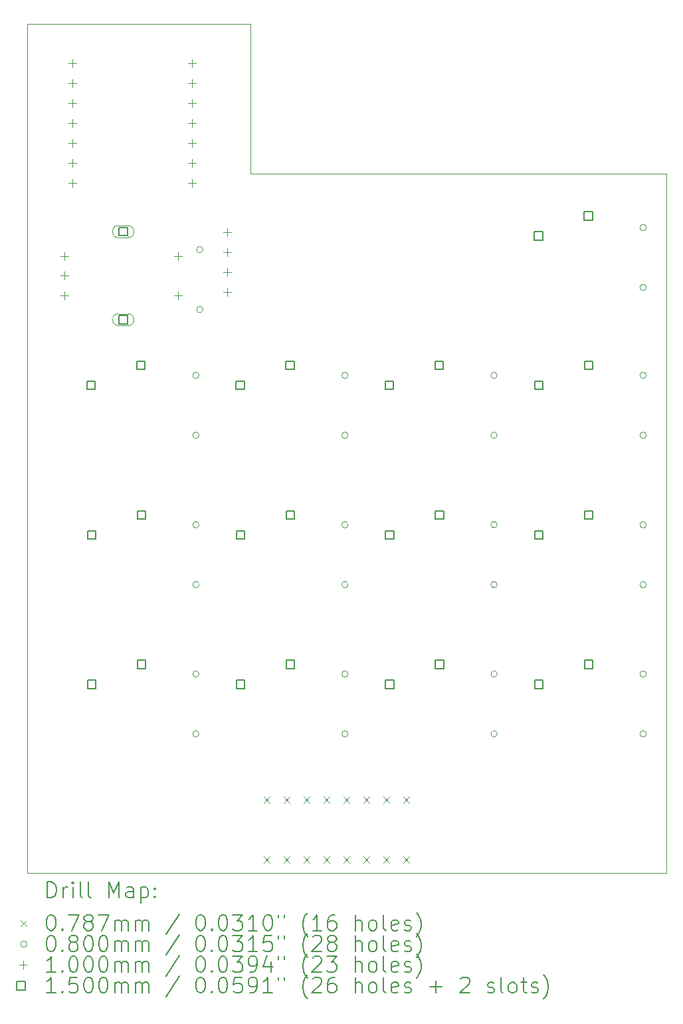
<source format=gbr>
%TF.GenerationSoftware,KiCad,Pcbnew,8.0.6*%
%TF.CreationDate,2024-10-21T23:53:37-04:00*%
%TF.ProjectId,HeckerPad,4865636b-6572-4506-9164-2e6b69636164,rev?*%
%TF.SameCoordinates,Original*%
%TF.FileFunction,Drillmap*%
%TF.FilePolarity,Positive*%
%FSLAX45Y45*%
G04 Gerber Fmt 4.5, Leading zero omitted, Abs format (unit mm)*
G04 Created by KiCad (PCBNEW 8.0.6) date 2024-10-21 23:53:37*
%MOMM*%
%LPD*%
G01*
G04 APERTURE LIST*
%ADD10C,0.050000*%
%ADD11C,0.200000*%
%ADD12C,0.100000*%
%ADD13C,0.150000*%
G04 APERTURE END LIST*
D10*
X11900000Y-13350000D02*
X11900000Y-4450000D01*
X3750000Y-13350000D02*
X11900000Y-13350000D01*
X3750000Y-2550000D02*
X3750000Y-13350000D01*
X6600000Y-2550000D02*
X3750000Y-2550000D01*
X6600000Y-4450000D02*
X6600000Y-2550000D01*
X11900000Y-4450000D02*
X6600000Y-4450000D01*
D11*
D12*
X6763630Y-12379630D02*
X6842370Y-12458370D01*
X6842370Y-12379630D02*
X6763630Y-12458370D01*
X6763630Y-13141630D02*
X6842370Y-13220370D01*
X6842370Y-13141630D02*
X6763630Y-13220370D01*
X7017630Y-12379630D02*
X7096370Y-12458370D01*
X7096370Y-12379630D02*
X7017630Y-12458370D01*
X7017630Y-13141630D02*
X7096370Y-13220370D01*
X7096370Y-13141630D02*
X7017630Y-13220370D01*
X7271630Y-12379630D02*
X7350370Y-12458370D01*
X7350370Y-12379630D02*
X7271630Y-12458370D01*
X7271630Y-13141630D02*
X7350370Y-13220370D01*
X7350370Y-13141630D02*
X7271630Y-13220370D01*
X7525630Y-12379630D02*
X7604370Y-12458370D01*
X7604370Y-12379630D02*
X7525630Y-12458370D01*
X7525630Y-13141630D02*
X7604370Y-13220370D01*
X7604370Y-13141630D02*
X7525630Y-13220370D01*
X7779630Y-12379630D02*
X7858370Y-12458370D01*
X7858370Y-12379630D02*
X7779630Y-12458370D01*
X7779630Y-13141630D02*
X7858370Y-13220370D01*
X7858370Y-13141630D02*
X7779630Y-13220370D01*
X8033630Y-12379630D02*
X8112370Y-12458370D01*
X8112370Y-12379630D02*
X8033630Y-12458370D01*
X8033630Y-13141630D02*
X8112370Y-13220370D01*
X8112370Y-13141630D02*
X8033630Y-13220370D01*
X8287630Y-12379630D02*
X8366370Y-12458370D01*
X8366370Y-12379630D02*
X8287630Y-12458370D01*
X8287630Y-13141630D02*
X8366370Y-13220370D01*
X8366370Y-13141630D02*
X8287630Y-13220370D01*
X8541630Y-12379630D02*
X8620370Y-12458370D01*
X8620370Y-12379630D02*
X8541630Y-12458370D01*
X8541630Y-13141630D02*
X8620370Y-13220370D01*
X8620370Y-13141630D02*
X8541630Y-13220370D01*
X5940000Y-7019000D02*
G75*
G02*
X5860000Y-7019000I-40000J0D01*
G01*
X5860000Y-7019000D02*
G75*
G02*
X5940000Y-7019000I40000J0D01*
G01*
X5940000Y-7781000D02*
G75*
G02*
X5860000Y-7781000I-40000J0D01*
G01*
X5860000Y-7781000D02*
G75*
G02*
X5940000Y-7781000I40000J0D01*
G01*
X5940000Y-8919000D02*
G75*
G02*
X5860000Y-8919000I-40000J0D01*
G01*
X5860000Y-8919000D02*
G75*
G02*
X5940000Y-8919000I40000J0D01*
G01*
X5940000Y-9681000D02*
G75*
G02*
X5860000Y-9681000I-40000J0D01*
G01*
X5860000Y-9681000D02*
G75*
G02*
X5940000Y-9681000I40000J0D01*
G01*
X5940000Y-10819000D02*
G75*
G02*
X5860000Y-10819000I-40000J0D01*
G01*
X5860000Y-10819000D02*
G75*
G02*
X5940000Y-10819000I40000J0D01*
G01*
X5940000Y-11581000D02*
G75*
G02*
X5860000Y-11581000I-40000J0D01*
G01*
X5860000Y-11581000D02*
G75*
G02*
X5940000Y-11581000I40000J0D01*
G01*
X5990000Y-5419000D02*
G75*
G02*
X5910000Y-5419000I-40000J0D01*
G01*
X5910000Y-5419000D02*
G75*
G02*
X5990000Y-5419000I40000J0D01*
G01*
X5990000Y-6181000D02*
G75*
G02*
X5910000Y-6181000I-40000J0D01*
G01*
X5910000Y-6181000D02*
G75*
G02*
X5990000Y-6181000I40000J0D01*
G01*
X7840000Y-7019000D02*
G75*
G02*
X7760000Y-7019000I-40000J0D01*
G01*
X7760000Y-7019000D02*
G75*
G02*
X7840000Y-7019000I40000J0D01*
G01*
X7840000Y-7781000D02*
G75*
G02*
X7760000Y-7781000I-40000J0D01*
G01*
X7760000Y-7781000D02*
G75*
G02*
X7840000Y-7781000I40000J0D01*
G01*
X7840000Y-8919000D02*
G75*
G02*
X7760000Y-8919000I-40000J0D01*
G01*
X7760000Y-8919000D02*
G75*
G02*
X7840000Y-8919000I40000J0D01*
G01*
X7840000Y-9681000D02*
G75*
G02*
X7760000Y-9681000I-40000J0D01*
G01*
X7760000Y-9681000D02*
G75*
G02*
X7840000Y-9681000I40000J0D01*
G01*
X7840000Y-10819000D02*
G75*
G02*
X7760000Y-10819000I-40000J0D01*
G01*
X7760000Y-10819000D02*
G75*
G02*
X7840000Y-10819000I40000J0D01*
G01*
X7840000Y-11581000D02*
G75*
G02*
X7760000Y-11581000I-40000J0D01*
G01*
X7760000Y-11581000D02*
G75*
G02*
X7840000Y-11581000I40000J0D01*
G01*
X9740000Y-7019000D02*
G75*
G02*
X9660000Y-7019000I-40000J0D01*
G01*
X9660000Y-7019000D02*
G75*
G02*
X9740000Y-7019000I40000J0D01*
G01*
X9740000Y-7781000D02*
G75*
G02*
X9660000Y-7781000I-40000J0D01*
G01*
X9660000Y-7781000D02*
G75*
G02*
X9740000Y-7781000I40000J0D01*
G01*
X9740000Y-8919000D02*
G75*
G02*
X9660000Y-8919000I-40000J0D01*
G01*
X9660000Y-8919000D02*
G75*
G02*
X9740000Y-8919000I40000J0D01*
G01*
X9740000Y-9681000D02*
G75*
G02*
X9660000Y-9681000I-40000J0D01*
G01*
X9660000Y-9681000D02*
G75*
G02*
X9740000Y-9681000I40000J0D01*
G01*
X9740000Y-10819000D02*
G75*
G02*
X9660000Y-10819000I-40000J0D01*
G01*
X9660000Y-10819000D02*
G75*
G02*
X9740000Y-10819000I40000J0D01*
G01*
X9740000Y-11581000D02*
G75*
G02*
X9660000Y-11581000I-40000J0D01*
G01*
X9660000Y-11581000D02*
G75*
G02*
X9740000Y-11581000I40000J0D01*
G01*
X11640000Y-5138000D02*
G75*
G02*
X11560000Y-5138000I-40000J0D01*
G01*
X11560000Y-5138000D02*
G75*
G02*
X11640000Y-5138000I40000J0D01*
G01*
X11640000Y-5900000D02*
G75*
G02*
X11560000Y-5900000I-40000J0D01*
G01*
X11560000Y-5900000D02*
G75*
G02*
X11640000Y-5900000I40000J0D01*
G01*
X11640000Y-7019000D02*
G75*
G02*
X11560000Y-7019000I-40000J0D01*
G01*
X11560000Y-7019000D02*
G75*
G02*
X11640000Y-7019000I40000J0D01*
G01*
X11640000Y-7781000D02*
G75*
G02*
X11560000Y-7781000I-40000J0D01*
G01*
X11560000Y-7781000D02*
G75*
G02*
X11640000Y-7781000I40000J0D01*
G01*
X11640000Y-8919000D02*
G75*
G02*
X11560000Y-8919000I-40000J0D01*
G01*
X11560000Y-8919000D02*
G75*
G02*
X11640000Y-8919000I40000J0D01*
G01*
X11640000Y-9681000D02*
G75*
G02*
X11560000Y-9681000I-40000J0D01*
G01*
X11560000Y-9681000D02*
G75*
G02*
X11640000Y-9681000I40000J0D01*
G01*
X11640000Y-10819000D02*
G75*
G02*
X11560000Y-10819000I-40000J0D01*
G01*
X11560000Y-10819000D02*
G75*
G02*
X11640000Y-10819000I40000J0D01*
G01*
X11640000Y-11581000D02*
G75*
G02*
X11560000Y-11581000I-40000J0D01*
G01*
X11560000Y-11581000D02*
G75*
G02*
X11640000Y-11581000I40000J0D01*
G01*
X4225000Y-5450000D02*
X4225000Y-5550000D01*
X4175000Y-5500000D02*
X4275000Y-5500000D01*
X4225000Y-5700000D02*
X4225000Y-5800000D01*
X4175000Y-5750000D02*
X4275000Y-5750000D01*
X4225000Y-5950000D02*
X4225000Y-6050000D01*
X4175000Y-6000000D02*
X4275000Y-6000000D01*
X4326450Y-3000000D02*
X4326450Y-3100000D01*
X4276450Y-3050000D02*
X4376450Y-3050000D01*
X4326450Y-3254000D02*
X4326450Y-3354000D01*
X4276450Y-3304000D02*
X4376450Y-3304000D01*
X4326450Y-3508000D02*
X4326450Y-3608000D01*
X4276450Y-3558000D02*
X4376450Y-3558000D01*
X4326450Y-3762000D02*
X4326450Y-3862000D01*
X4276450Y-3812000D02*
X4376450Y-3812000D01*
X4326450Y-4016000D02*
X4326450Y-4116000D01*
X4276450Y-4066000D02*
X4376450Y-4066000D01*
X4326450Y-4270000D02*
X4326450Y-4370000D01*
X4276450Y-4320000D02*
X4376450Y-4320000D01*
X4326450Y-4524000D02*
X4326450Y-4624000D01*
X4276450Y-4574000D02*
X4376450Y-4574000D01*
X5675000Y-5450000D02*
X5675000Y-5550000D01*
X5625000Y-5500000D02*
X5725000Y-5500000D01*
X5675000Y-5950000D02*
X5675000Y-6050000D01*
X5625000Y-6000000D02*
X5725000Y-6000000D01*
X5851450Y-3000000D02*
X5851450Y-3100000D01*
X5801450Y-3050000D02*
X5901450Y-3050000D01*
X5851450Y-3254000D02*
X5851450Y-3354000D01*
X5801450Y-3304000D02*
X5901450Y-3304000D01*
X5851450Y-3508000D02*
X5851450Y-3608000D01*
X5801450Y-3558000D02*
X5901450Y-3558000D01*
X5851450Y-3762000D02*
X5851450Y-3862000D01*
X5801450Y-3812000D02*
X5901450Y-3812000D01*
X5851450Y-4016000D02*
X5851450Y-4116000D01*
X5801450Y-4066000D02*
X5901450Y-4066000D01*
X5851450Y-4270000D02*
X5851450Y-4370000D01*
X5801450Y-4320000D02*
X5901450Y-4320000D01*
X5851450Y-4524000D02*
X5851450Y-4624000D01*
X5801450Y-4574000D02*
X5901450Y-4574000D01*
X6300000Y-5146000D02*
X6300000Y-5246000D01*
X6250000Y-5196000D02*
X6350000Y-5196000D01*
X6300000Y-5400000D02*
X6300000Y-5500000D01*
X6250000Y-5450000D02*
X6350000Y-5450000D01*
X6300000Y-5654000D02*
X6300000Y-5754000D01*
X6250000Y-5704000D02*
X6350000Y-5704000D01*
X6300000Y-5908000D02*
X6300000Y-6008000D01*
X6250000Y-5958000D02*
X6350000Y-5958000D01*
D13*
X4619534Y-7196533D02*
X4619534Y-7090466D01*
X4513467Y-7090466D01*
X4513467Y-7196533D01*
X4619534Y-7196533D01*
X4624534Y-9101534D02*
X4624534Y-8995467D01*
X4518467Y-8995467D01*
X4518467Y-9101534D01*
X4624534Y-9101534D01*
X4624534Y-11001534D02*
X4624534Y-10895467D01*
X4518467Y-10895467D01*
X4518467Y-11001534D01*
X4624534Y-11001534D01*
X5028034Y-5243034D02*
X5028034Y-5136967D01*
X4921967Y-5136967D01*
X4921967Y-5243034D01*
X5028034Y-5243034D01*
D12*
X4910000Y-5265000D02*
X5040000Y-5265000D01*
X5040000Y-5115000D02*
G75*
G02*
X5040000Y-5265000I0J-75000D01*
G01*
X5040000Y-5115000D02*
X4910000Y-5115000D01*
X4910000Y-5115000D02*
G75*
G03*
X4910000Y-5265000I0J-75000D01*
G01*
D13*
X5028034Y-6363033D02*
X5028034Y-6256966D01*
X4921967Y-6256966D01*
X4921967Y-6363033D01*
X5028034Y-6363033D01*
D12*
X4910000Y-6385000D02*
X5040000Y-6385000D01*
X5040000Y-6235000D02*
G75*
G02*
X5040000Y-6385000I0J-75000D01*
G01*
X5040000Y-6235000D02*
X4910000Y-6235000D01*
X4910000Y-6235000D02*
G75*
G03*
X4910000Y-6385000I0J-75000D01*
G01*
D13*
X5254534Y-6942533D02*
X5254534Y-6836466D01*
X5148467Y-6836466D01*
X5148467Y-6942533D01*
X5254534Y-6942533D01*
X5259534Y-8847534D02*
X5259534Y-8741467D01*
X5153467Y-8741467D01*
X5153467Y-8847534D01*
X5259534Y-8847534D01*
X5259534Y-10747534D02*
X5259534Y-10641467D01*
X5153467Y-10641467D01*
X5153467Y-10747534D01*
X5259534Y-10747534D01*
X6519533Y-7196533D02*
X6519533Y-7090466D01*
X6413466Y-7090466D01*
X6413466Y-7196533D01*
X6519533Y-7196533D01*
X6524533Y-9101534D02*
X6524533Y-8995467D01*
X6418466Y-8995467D01*
X6418466Y-9101534D01*
X6524533Y-9101534D01*
X6524533Y-11001534D02*
X6524533Y-10895467D01*
X6418466Y-10895467D01*
X6418466Y-11001534D01*
X6524533Y-11001534D01*
X7154533Y-6942533D02*
X7154533Y-6836466D01*
X7048466Y-6836466D01*
X7048466Y-6942533D01*
X7154533Y-6942533D01*
X7159533Y-8847534D02*
X7159533Y-8741467D01*
X7053466Y-8741467D01*
X7053466Y-8847534D01*
X7159533Y-8847534D01*
X7159533Y-10747534D02*
X7159533Y-10641467D01*
X7053466Y-10641467D01*
X7053466Y-10747534D01*
X7159533Y-10747534D01*
X8419534Y-7196533D02*
X8419534Y-7090466D01*
X8313466Y-7090466D01*
X8313466Y-7196533D01*
X8419534Y-7196533D01*
X8424534Y-9101534D02*
X8424534Y-8995467D01*
X8318466Y-8995467D01*
X8318466Y-9101534D01*
X8424534Y-9101534D01*
X8424534Y-11001534D02*
X8424534Y-10895467D01*
X8318466Y-10895467D01*
X8318466Y-11001534D01*
X8424534Y-11001534D01*
X9054534Y-6942533D02*
X9054534Y-6836466D01*
X8948467Y-6836466D01*
X8948467Y-6942533D01*
X9054534Y-6942533D01*
X9059534Y-8847534D02*
X9059534Y-8741467D01*
X8953467Y-8741467D01*
X8953467Y-8847534D01*
X9059534Y-8847534D01*
X9059534Y-10747534D02*
X9059534Y-10641467D01*
X8953467Y-10641467D01*
X8953467Y-10747534D01*
X9059534Y-10747534D01*
X10319534Y-5296534D02*
X10319534Y-5190467D01*
X10213467Y-5190467D01*
X10213467Y-5296534D01*
X10319534Y-5296534D01*
X10324534Y-7196533D02*
X10324534Y-7090466D01*
X10218467Y-7090466D01*
X10218467Y-7196533D01*
X10324534Y-7196533D01*
X10324534Y-9101534D02*
X10324534Y-8995467D01*
X10218467Y-8995467D01*
X10218467Y-9101534D01*
X10324534Y-9101534D01*
X10324534Y-11001534D02*
X10324534Y-10895467D01*
X10218467Y-10895467D01*
X10218467Y-11001534D01*
X10324534Y-11001534D01*
X10954534Y-5042534D02*
X10954534Y-4936467D01*
X10848467Y-4936467D01*
X10848467Y-5042534D01*
X10954534Y-5042534D01*
X10959534Y-6942533D02*
X10959534Y-6836466D01*
X10853467Y-6836466D01*
X10853467Y-6942533D01*
X10959534Y-6942533D01*
X10959534Y-8847534D02*
X10959534Y-8741467D01*
X10853467Y-8741467D01*
X10853467Y-8847534D01*
X10959534Y-8847534D01*
X10959534Y-10747534D02*
X10959534Y-10641467D01*
X10853467Y-10641467D01*
X10853467Y-10747534D01*
X10959534Y-10747534D01*
D11*
X4008277Y-13663984D02*
X4008277Y-13463984D01*
X4008277Y-13463984D02*
X4055896Y-13463984D01*
X4055896Y-13463984D02*
X4084467Y-13473508D01*
X4084467Y-13473508D02*
X4103515Y-13492555D01*
X4103515Y-13492555D02*
X4113039Y-13511603D01*
X4113039Y-13511603D02*
X4122562Y-13549698D01*
X4122562Y-13549698D02*
X4122562Y-13578269D01*
X4122562Y-13578269D02*
X4113039Y-13616365D01*
X4113039Y-13616365D02*
X4103515Y-13635412D01*
X4103515Y-13635412D02*
X4084467Y-13654460D01*
X4084467Y-13654460D02*
X4055896Y-13663984D01*
X4055896Y-13663984D02*
X4008277Y-13663984D01*
X4208277Y-13663984D02*
X4208277Y-13530650D01*
X4208277Y-13568746D02*
X4217801Y-13549698D01*
X4217801Y-13549698D02*
X4227324Y-13540174D01*
X4227324Y-13540174D02*
X4246372Y-13530650D01*
X4246372Y-13530650D02*
X4265420Y-13530650D01*
X4332086Y-13663984D02*
X4332086Y-13530650D01*
X4332086Y-13463984D02*
X4322563Y-13473508D01*
X4322563Y-13473508D02*
X4332086Y-13483031D01*
X4332086Y-13483031D02*
X4341610Y-13473508D01*
X4341610Y-13473508D02*
X4332086Y-13463984D01*
X4332086Y-13463984D02*
X4332086Y-13483031D01*
X4455896Y-13663984D02*
X4436848Y-13654460D01*
X4436848Y-13654460D02*
X4427324Y-13635412D01*
X4427324Y-13635412D02*
X4427324Y-13463984D01*
X4560658Y-13663984D02*
X4541610Y-13654460D01*
X4541610Y-13654460D02*
X4532086Y-13635412D01*
X4532086Y-13635412D02*
X4532086Y-13463984D01*
X4789229Y-13663984D02*
X4789229Y-13463984D01*
X4789229Y-13463984D02*
X4855896Y-13606841D01*
X4855896Y-13606841D02*
X4922563Y-13463984D01*
X4922563Y-13463984D02*
X4922563Y-13663984D01*
X5103515Y-13663984D02*
X5103515Y-13559222D01*
X5103515Y-13559222D02*
X5093991Y-13540174D01*
X5093991Y-13540174D02*
X5074944Y-13530650D01*
X5074944Y-13530650D02*
X5036848Y-13530650D01*
X5036848Y-13530650D02*
X5017801Y-13540174D01*
X5103515Y-13654460D02*
X5084467Y-13663984D01*
X5084467Y-13663984D02*
X5036848Y-13663984D01*
X5036848Y-13663984D02*
X5017801Y-13654460D01*
X5017801Y-13654460D02*
X5008277Y-13635412D01*
X5008277Y-13635412D02*
X5008277Y-13616365D01*
X5008277Y-13616365D02*
X5017801Y-13597317D01*
X5017801Y-13597317D02*
X5036848Y-13587793D01*
X5036848Y-13587793D02*
X5084467Y-13587793D01*
X5084467Y-13587793D02*
X5103515Y-13578269D01*
X5198753Y-13530650D02*
X5198753Y-13730650D01*
X5198753Y-13540174D02*
X5217801Y-13530650D01*
X5217801Y-13530650D02*
X5255896Y-13530650D01*
X5255896Y-13530650D02*
X5274944Y-13540174D01*
X5274944Y-13540174D02*
X5284467Y-13549698D01*
X5284467Y-13549698D02*
X5293991Y-13568746D01*
X5293991Y-13568746D02*
X5293991Y-13625888D01*
X5293991Y-13625888D02*
X5284467Y-13644936D01*
X5284467Y-13644936D02*
X5274944Y-13654460D01*
X5274944Y-13654460D02*
X5255896Y-13663984D01*
X5255896Y-13663984D02*
X5217801Y-13663984D01*
X5217801Y-13663984D02*
X5198753Y-13654460D01*
X5379705Y-13644936D02*
X5389229Y-13654460D01*
X5389229Y-13654460D02*
X5379705Y-13663984D01*
X5379705Y-13663984D02*
X5370182Y-13654460D01*
X5370182Y-13654460D02*
X5379705Y-13644936D01*
X5379705Y-13644936D02*
X5379705Y-13663984D01*
X5379705Y-13540174D02*
X5389229Y-13549698D01*
X5389229Y-13549698D02*
X5379705Y-13559222D01*
X5379705Y-13559222D02*
X5370182Y-13549698D01*
X5370182Y-13549698D02*
X5379705Y-13540174D01*
X5379705Y-13540174D02*
X5379705Y-13559222D01*
D12*
X3668760Y-13953130D02*
X3747500Y-14031870D01*
X3747500Y-13953130D02*
X3668760Y-14031870D01*
D11*
X4046372Y-13883984D02*
X4065420Y-13883984D01*
X4065420Y-13883984D02*
X4084467Y-13893508D01*
X4084467Y-13893508D02*
X4093991Y-13903031D01*
X4093991Y-13903031D02*
X4103515Y-13922079D01*
X4103515Y-13922079D02*
X4113039Y-13960174D01*
X4113039Y-13960174D02*
X4113039Y-14007793D01*
X4113039Y-14007793D02*
X4103515Y-14045888D01*
X4103515Y-14045888D02*
X4093991Y-14064936D01*
X4093991Y-14064936D02*
X4084467Y-14074460D01*
X4084467Y-14074460D02*
X4065420Y-14083984D01*
X4065420Y-14083984D02*
X4046372Y-14083984D01*
X4046372Y-14083984D02*
X4027324Y-14074460D01*
X4027324Y-14074460D02*
X4017801Y-14064936D01*
X4017801Y-14064936D02*
X4008277Y-14045888D01*
X4008277Y-14045888D02*
X3998753Y-14007793D01*
X3998753Y-14007793D02*
X3998753Y-13960174D01*
X3998753Y-13960174D02*
X4008277Y-13922079D01*
X4008277Y-13922079D02*
X4017801Y-13903031D01*
X4017801Y-13903031D02*
X4027324Y-13893508D01*
X4027324Y-13893508D02*
X4046372Y-13883984D01*
X4198753Y-14064936D02*
X4208277Y-14074460D01*
X4208277Y-14074460D02*
X4198753Y-14083984D01*
X4198753Y-14083984D02*
X4189229Y-14074460D01*
X4189229Y-14074460D02*
X4198753Y-14064936D01*
X4198753Y-14064936D02*
X4198753Y-14083984D01*
X4274944Y-13883984D02*
X4408277Y-13883984D01*
X4408277Y-13883984D02*
X4322563Y-14083984D01*
X4513039Y-13969698D02*
X4493991Y-13960174D01*
X4493991Y-13960174D02*
X4484467Y-13950650D01*
X4484467Y-13950650D02*
X4474944Y-13931603D01*
X4474944Y-13931603D02*
X4474944Y-13922079D01*
X4474944Y-13922079D02*
X4484467Y-13903031D01*
X4484467Y-13903031D02*
X4493991Y-13893508D01*
X4493991Y-13893508D02*
X4513039Y-13883984D01*
X4513039Y-13883984D02*
X4551134Y-13883984D01*
X4551134Y-13883984D02*
X4570182Y-13893508D01*
X4570182Y-13893508D02*
X4579705Y-13903031D01*
X4579705Y-13903031D02*
X4589229Y-13922079D01*
X4589229Y-13922079D02*
X4589229Y-13931603D01*
X4589229Y-13931603D02*
X4579705Y-13950650D01*
X4579705Y-13950650D02*
X4570182Y-13960174D01*
X4570182Y-13960174D02*
X4551134Y-13969698D01*
X4551134Y-13969698D02*
X4513039Y-13969698D01*
X4513039Y-13969698D02*
X4493991Y-13979222D01*
X4493991Y-13979222D02*
X4484467Y-13988746D01*
X4484467Y-13988746D02*
X4474944Y-14007793D01*
X4474944Y-14007793D02*
X4474944Y-14045888D01*
X4474944Y-14045888D02*
X4484467Y-14064936D01*
X4484467Y-14064936D02*
X4493991Y-14074460D01*
X4493991Y-14074460D02*
X4513039Y-14083984D01*
X4513039Y-14083984D02*
X4551134Y-14083984D01*
X4551134Y-14083984D02*
X4570182Y-14074460D01*
X4570182Y-14074460D02*
X4579705Y-14064936D01*
X4579705Y-14064936D02*
X4589229Y-14045888D01*
X4589229Y-14045888D02*
X4589229Y-14007793D01*
X4589229Y-14007793D02*
X4579705Y-13988746D01*
X4579705Y-13988746D02*
X4570182Y-13979222D01*
X4570182Y-13979222D02*
X4551134Y-13969698D01*
X4655896Y-13883984D02*
X4789229Y-13883984D01*
X4789229Y-13883984D02*
X4703515Y-14083984D01*
X4865420Y-14083984D02*
X4865420Y-13950650D01*
X4865420Y-13969698D02*
X4874944Y-13960174D01*
X4874944Y-13960174D02*
X4893991Y-13950650D01*
X4893991Y-13950650D02*
X4922563Y-13950650D01*
X4922563Y-13950650D02*
X4941610Y-13960174D01*
X4941610Y-13960174D02*
X4951134Y-13979222D01*
X4951134Y-13979222D02*
X4951134Y-14083984D01*
X4951134Y-13979222D02*
X4960658Y-13960174D01*
X4960658Y-13960174D02*
X4979705Y-13950650D01*
X4979705Y-13950650D02*
X5008277Y-13950650D01*
X5008277Y-13950650D02*
X5027325Y-13960174D01*
X5027325Y-13960174D02*
X5036848Y-13979222D01*
X5036848Y-13979222D02*
X5036848Y-14083984D01*
X5132086Y-14083984D02*
X5132086Y-13950650D01*
X5132086Y-13969698D02*
X5141610Y-13960174D01*
X5141610Y-13960174D02*
X5160658Y-13950650D01*
X5160658Y-13950650D02*
X5189229Y-13950650D01*
X5189229Y-13950650D02*
X5208277Y-13960174D01*
X5208277Y-13960174D02*
X5217801Y-13979222D01*
X5217801Y-13979222D02*
X5217801Y-14083984D01*
X5217801Y-13979222D02*
X5227325Y-13960174D01*
X5227325Y-13960174D02*
X5246372Y-13950650D01*
X5246372Y-13950650D02*
X5274944Y-13950650D01*
X5274944Y-13950650D02*
X5293991Y-13960174D01*
X5293991Y-13960174D02*
X5303515Y-13979222D01*
X5303515Y-13979222D02*
X5303515Y-14083984D01*
X5693991Y-13874460D02*
X5522563Y-14131603D01*
X5951134Y-13883984D02*
X5970182Y-13883984D01*
X5970182Y-13883984D02*
X5989229Y-13893508D01*
X5989229Y-13893508D02*
X5998753Y-13903031D01*
X5998753Y-13903031D02*
X6008277Y-13922079D01*
X6008277Y-13922079D02*
X6017801Y-13960174D01*
X6017801Y-13960174D02*
X6017801Y-14007793D01*
X6017801Y-14007793D02*
X6008277Y-14045888D01*
X6008277Y-14045888D02*
X5998753Y-14064936D01*
X5998753Y-14064936D02*
X5989229Y-14074460D01*
X5989229Y-14074460D02*
X5970182Y-14083984D01*
X5970182Y-14083984D02*
X5951134Y-14083984D01*
X5951134Y-14083984D02*
X5932086Y-14074460D01*
X5932086Y-14074460D02*
X5922563Y-14064936D01*
X5922563Y-14064936D02*
X5913039Y-14045888D01*
X5913039Y-14045888D02*
X5903515Y-14007793D01*
X5903515Y-14007793D02*
X5903515Y-13960174D01*
X5903515Y-13960174D02*
X5913039Y-13922079D01*
X5913039Y-13922079D02*
X5922563Y-13903031D01*
X5922563Y-13903031D02*
X5932086Y-13893508D01*
X5932086Y-13893508D02*
X5951134Y-13883984D01*
X6103515Y-14064936D02*
X6113039Y-14074460D01*
X6113039Y-14074460D02*
X6103515Y-14083984D01*
X6103515Y-14083984D02*
X6093991Y-14074460D01*
X6093991Y-14074460D02*
X6103515Y-14064936D01*
X6103515Y-14064936D02*
X6103515Y-14083984D01*
X6236848Y-13883984D02*
X6255896Y-13883984D01*
X6255896Y-13883984D02*
X6274944Y-13893508D01*
X6274944Y-13893508D02*
X6284467Y-13903031D01*
X6284467Y-13903031D02*
X6293991Y-13922079D01*
X6293991Y-13922079D02*
X6303515Y-13960174D01*
X6303515Y-13960174D02*
X6303515Y-14007793D01*
X6303515Y-14007793D02*
X6293991Y-14045888D01*
X6293991Y-14045888D02*
X6284467Y-14064936D01*
X6284467Y-14064936D02*
X6274944Y-14074460D01*
X6274944Y-14074460D02*
X6255896Y-14083984D01*
X6255896Y-14083984D02*
X6236848Y-14083984D01*
X6236848Y-14083984D02*
X6217801Y-14074460D01*
X6217801Y-14074460D02*
X6208277Y-14064936D01*
X6208277Y-14064936D02*
X6198753Y-14045888D01*
X6198753Y-14045888D02*
X6189229Y-14007793D01*
X6189229Y-14007793D02*
X6189229Y-13960174D01*
X6189229Y-13960174D02*
X6198753Y-13922079D01*
X6198753Y-13922079D02*
X6208277Y-13903031D01*
X6208277Y-13903031D02*
X6217801Y-13893508D01*
X6217801Y-13893508D02*
X6236848Y-13883984D01*
X6370182Y-13883984D02*
X6493991Y-13883984D01*
X6493991Y-13883984D02*
X6427325Y-13960174D01*
X6427325Y-13960174D02*
X6455896Y-13960174D01*
X6455896Y-13960174D02*
X6474944Y-13969698D01*
X6474944Y-13969698D02*
X6484467Y-13979222D01*
X6484467Y-13979222D02*
X6493991Y-13998269D01*
X6493991Y-13998269D02*
X6493991Y-14045888D01*
X6493991Y-14045888D02*
X6484467Y-14064936D01*
X6484467Y-14064936D02*
X6474944Y-14074460D01*
X6474944Y-14074460D02*
X6455896Y-14083984D01*
X6455896Y-14083984D02*
X6398753Y-14083984D01*
X6398753Y-14083984D02*
X6379706Y-14074460D01*
X6379706Y-14074460D02*
X6370182Y-14064936D01*
X6684467Y-14083984D02*
X6570182Y-14083984D01*
X6627325Y-14083984D02*
X6627325Y-13883984D01*
X6627325Y-13883984D02*
X6608277Y-13912555D01*
X6608277Y-13912555D02*
X6589229Y-13931603D01*
X6589229Y-13931603D02*
X6570182Y-13941127D01*
X6808277Y-13883984D02*
X6827325Y-13883984D01*
X6827325Y-13883984D02*
X6846372Y-13893508D01*
X6846372Y-13893508D02*
X6855896Y-13903031D01*
X6855896Y-13903031D02*
X6865420Y-13922079D01*
X6865420Y-13922079D02*
X6874944Y-13960174D01*
X6874944Y-13960174D02*
X6874944Y-14007793D01*
X6874944Y-14007793D02*
X6865420Y-14045888D01*
X6865420Y-14045888D02*
X6855896Y-14064936D01*
X6855896Y-14064936D02*
X6846372Y-14074460D01*
X6846372Y-14074460D02*
X6827325Y-14083984D01*
X6827325Y-14083984D02*
X6808277Y-14083984D01*
X6808277Y-14083984D02*
X6789229Y-14074460D01*
X6789229Y-14074460D02*
X6779706Y-14064936D01*
X6779706Y-14064936D02*
X6770182Y-14045888D01*
X6770182Y-14045888D02*
X6760658Y-14007793D01*
X6760658Y-14007793D02*
X6760658Y-13960174D01*
X6760658Y-13960174D02*
X6770182Y-13922079D01*
X6770182Y-13922079D02*
X6779706Y-13903031D01*
X6779706Y-13903031D02*
X6789229Y-13893508D01*
X6789229Y-13893508D02*
X6808277Y-13883984D01*
X6951134Y-13883984D02*
X6951134Y-13922079D01*
X7027325Y-13883984D02*
X7027325Y-13922079D01*
X7322563Y-14160174D02*
X7313039Y-14150650D01*
X7313039Y-14150650D02*
X7293991Y-14122079D01*
X7293991Y-14122079D02*
X7284468Y-14103031D01*
X7284468Y-14103031D02*
X7274944Y-14074460D01*
X7274944Y-14074460D02*
X7265420Y-14026841D01*
X7265420Y-14026841D02*
X7265420Y-13988746D01*
X7265420Y-13988746D02*
X7274944Y-13941127D01*
X7274944Y-13941127D02*
X7284468Y-13912555D01*
X7284468Y-13912555D02*
X7293991Y-13893508D01*
X7293991Y-13893508D02*
X7313039Y-13864936D01*
X7313039Y-13864936D02*
X7322563Y-13855412D01*
X7503515Y-14083984D02*
X7389229Y-14083984D01*
X7446372Y-14083984D02*
X7446372Y-13883984D01*
X7446372Y-13883984D02*
X7427325Y-13912555D01*
X7427325Y-13912555D02*
X7408277Y-13931603D01*
X7408277Y-13931603D02*
X7389229Y-13941127D01*
X7674944Y-13883984D02*
X7636848Y-13883984D01*
X7636848Y-13883984D02*
X7617801Y-13893508D01*
X7617801Y-13893508D02*
X7608277Y-13903031D01*
X7608277Y-13903031D02*
X7589229Y-13931603D01*
X7589229Y-13931603D02*
X7579706Y-13969698D01*
X7579706Y-13969698D02*
X7579706Y-14045888D01*
X7579706Y-14045888D02*
X7589229Y-14064936D01*
X7589229Y-14064936D02*
X7598753Y-14074460D01*
X7598753Y-14074460D02*
X7617801Y-14083984D01*
X7617801Y-14083984D02*
X7655896Y-14083984D01*
X7655896Y-14083984D02*
X7674944Y-14074460D01*
X7674944Y-14074460D02*
X7684468Y-14064936D01*
X7684468Y-14064936D02*
X7693991Y-14045888D01*
X7693991Y-14045888D02*
X7693991Y-13998269D01*
X7693991Y-13998269D02*
X7684468Y-13979222D01*
X7684468Y-13979222D02*
X7674944Y-13969698D01*
X7674944Y-13969698D02*
X7655896Y-13960174D01*
X7655896Y-13960174D02*
X7617801Y-13960174D01*
X7617801Y-13960174D02*
X7598753Y-13969698D01*
X7598753Y-13969698D02*
X7589229Y-13979222D01*
X7589229Y-13979222D02*
X7579706Y-13998269D01*
X7932087Y-14083984D02*
X7932087Y-13883984D01*
X8017801Y-14083984D02*
X8017801Y-13979222D01*
X8017801Y-13979222D02*
X8008277Y-13960174D01*
X8008277Y-13960174D02*
X7989230Y-13950650D01*
X7989230Y-13950650D02*
X7960658Y-13950650D01*
X7960658Y-13950650D02*
X7941610Y-13960174D01*
X7941610Y-13960174D02*
X7932087Y-13969698D01*
X8141610Y-14083984D02*
X8122563Y-14074460D01*
X8122563Y-14074460D02*
X8113039Y-14064936D01*
X8113039Y-14064936D02*
X8103515Y-14045888D01*
X8103515Y-14045888D02*
X8103515Y-13988746D01*
X8103515Y-13988746D02*
X8113039Y-13969698D01*
X8113039Y-13969698D02*
X8122563Y-13960174D01*
X8122563Y-13960174D02*
X8141610Y-13950650D01*
X8141610Y-13950650D02*
X8170182Y-13950650D01*
X8170182Y-13950650D02*
X8189230Y-13960174D01*
X8189230Y-13960174D02*
X8198753Y-13969698D01*
X8198753Y-13969698D02*
X8208277Y-13988746D01*
X8208277Y-13988746D02*
X8208277Y-14045888D01*
X8208277Y-14045888D02*
X8198753Y-14064936D01*
X8198753Y-14064936D02*
X8189230Y-14074460D01*
X8189230Y-14074460D02*
X8170182Y-14083984D01*
X8170182Y-14083984D02*
X8141610Y-14083984D01*
X8322563Y-14083984D02*
X8303515Y-14074460D01*
X8303515Y-14074460D02*
X8293991Y-14055412D01*
X8293991Y-14055412D02*
X8293991Y-13883984D01*
X8474944Y-14074460D02*
X8455896Y-14083984D01*
X8455896Y-14083984D02*
X8417801Y-14083984D01*
X8417801Y-14083984D02*
X8398753Y-14074460D01*
X8398753Y-14074460D02*
X8389230Y-14055412D01*
X8389230Y-14055412D02*
X8389230Y-13979222D01*
X8389230Y-13979222D02*
X8398753Y-13960174D01*
X8398753Y-13960174D02*
X8417801Y-13950650D01*
X8417801Y-13950650D02*
X8455896Y-13950650D01*
X8455896Y-13950650D02*
X8474944Y-13960174D01*
X8474944Y-13960174D02*
X8484468Y-13979222D01*
X8484468Y-13979222D02*
X8484468Y-13998269D01*
X8484468Y-13998269D02*
X8389230Y-14017317D01*
X8560658Y-14074460D02*
X8579706Y-14083984D01*
X8579706Y-14083984D02*
X8617801Y-14083984D01*
X8617801Y-14083984D02*
X8636849Y-14074460D01*
X8636849Y-14074460D02*
X8646373Y-14055412D01*
X8646373Y-14055412D02*
X8646373Y-14045888D01*
X8646373Y-14045888D02*
X8636849Y-14026841D01*
X8636849Y-14026841D02*
X8617801Y-14017317D01*
X8617801Y-14017317D02*
X8589230Y-14017317D01*
X8589230Y-14017317D02*
X8570182Y-14007793D01*
X8570182Y-14007793D02*
X8560658Y-13988746D01*
X8560658Y-13988746D02*
X8560658Y-13979222D01*
X8560658Y-13979222D02*
X8570182Y-13960174D01*
X8570182Y-13960174D02*
X8589230Y-13950650D01*
X8589230Y-13950650D02*
X8617801Y-13950650D01*
X8617801Y-13950650D02*
X8636849Y-13960174D01*
X8713039Y-14160174D02*
X8722563Y-14150650D01*
X8722563Y-14150650D02*
X8741611Y-14122079D01*
X8741611Y-14122079D02*
X8751134Y-14103031D01*
X8751134Y-14103031D02*
X8760658Y-14074460D01*
X8760658Y-14074460D02*
X8770182Y-14026841D01*
X8770182Y-14026841D02*
X8770182Y-13988746D01*
X8770182Y-13988746D02*
X8760658Y-13941127D01*
X8760658Y-13941127D02*
X8751134Y-13912555D01*
X8751134Y-13912555D02*
X8741611Y-13893508D01*
X8741611Y-13893508D02*
X8722563Y-13864936D01*
X8722563Y-13864936D02*
X8713039Y-13855412D01*
D12*
X3747500Y-14256500D02*
G75*
G02*
X3667500Y-14256500I-40000J0D01*
G01*
X3667500Y-14256500D02*
G75*
G02*
X3747500Y-14256500I40000J0D01*
G01*
D11*
X4046372Y-14147984D02*
X4065420Y-14147984D01*
X4065420Y-14147984D02*
X4084467Y-14157508D01*
X4084467Y-14157508D02*
X4093991Y-14167031D01*
X4093991Y-14167031D02*
X4103515Y-14186079D01*
X4103515Y-14186079D02*
X4113039Y-14224174D01*
X4113039Y-14224174D02*
X4113039Y-14271793D01*
X4113039Y-14271793D02*
X4103515Y-14309888D01*
X4103515Y-14309888D02*
X4093991Y-14328936D01*
X4093991Y-14328936D02*
X4084467Y-14338460D01*
X4084467Y-14338460D02*
X4065420Y-14347984D01*
X4065420Y-14347984D02*
X4046372Y-14347984D01*
X4046372Y-14347984D02*
X4027324Y-14338460D01*
X4027324Y-14338460D02*
X4017801Y-14328936D01*
X4017801Y-14328936D02*
X4008277Y-14309888D01*
X4008277Y-14309888D02*
X3998753Y-14271793D01*
X3998753Y-14271793D02*
X3998753Y-14224174D01*
X3998753Y-14224174D02*
X4008277Y-14186079D01*
X4008277Y-14186079D02*
X4017801Y-14167031D01*
X4017801Y-14167031D02*
X4027324Y-14157508D01*
X4027324Y-14157508D02*
X4046372Y-14147984D01*
X4198753Y-14328936D02*
X4208277Y-14338460D01*
X4208277Y-14338460D02*
X4198753Y-14347984D01*
X4198753Y-14347984D02*
X4189229Y-14338460D01*
X4189229Y-14338460D02*
X4198753Y-14328936D01*
X4198753Y-14328936D02*
X4198753Y-14347984D01*
X4322563Y-14233698D02*
X4303515Y-14224174D01*
X4303515Y-14224174D02*
X4293991Y-14214650D01*
X4293991Y-14214650D02*
X4284467Y-14195603D01*
X4284467Y-14195603D02*
X4284467Y-14186079D01*
X4284467Y-14186079D02*
X4293991Y-14167031D01*
X4293991Y-14167031D02*
X4303515Y-14157508D01*
X4303515Y-14157508D02*
X4322563Y-14147984D01*
X4322563Y-14147984D02*
X4360658Y-14147984D01*
X4360658Y-14147984D02*
X4379705Y-14157508D01*
X4379705Y-14157508D02*
X4389229Y-14167031D01*
X4389229Y-14167031D02*
X4398753Y-14186079D01*
X4398753Y-14186079D02*
X4398753Y-14195603D01*
X4398753Y-14195603D02*
X4389229Y-14214650D01*
X4389229Y-14214650D02*
X4379705Y-14224174D01*
X4379705Y-14224174D02*
X4360658Y-14233698D01*
X4360658Y-14233698D02*
X4322563Y-14233698D01*
X4322563Y-14233698D02*
X4303515Y-14243222D01*
X4303515Y-14243222D02*
X4293991Y-14252746D01*
X4293991Y-14252746D02*
X4284467Y-14271793D01*
X4284467Y-14271793D02*
X4284467Y-14309888D01*
X4284467Y-14309888D02*
X4293991Y-14328936D01*
X4293991Y-14328936D02*
X4303515Y-14338460D01*
X4303515Y-14338460D02*
X4322563Y-14347984D01*
X4322563Y-14347984D02*
X4360658Y-14347984D01*
X4360658Y-14347984D02*
X4379705Y-14338460D01*
X4379705Y-14338460D02*
X4389229Y-14328936D01*
X4389229Y-14328936D02*
X4398753Y-14309888D01*
X4398753Y-14309888D02*
X4398753Y-14271793D01*
X4398753Y-14271793D02*
X4389229Y-14252746D01*
X4389229Y-14252746D02*
X4379705Y-14243222D01*
X4379705Y-14243222D02*
X4360658Y-14233698D01*
X4522563Y-14147984D02*
X4541610Y-14147984D01*
X4541610Y-14147984D02*
X4560658Y-14157508D01*
X4560658Y-14157508D02*
X4570182Y-14167031D01*
X4570182Y-14167031D02*
X4579705Y-14186079D01*
X4579705Y-14186079D02*
X4589229Y-14224174D01*
X4589229Y-14224174D02*
X4589229Y-14271793D01*
X4589229Y-14271793D02*
X4579705Y-14309888D01*
X4579705Y-14309888D02*
X4570182Y-14328936D01*
X4570182Y-14328936D02*
X4560658Y-14338460D01*
X4560658Y-14338460D02*
X4541610Y-14347984D01*
X4541610Y-14347984D02*
X4522563Y-14347984D01*
X4522563Y-14347984D02*
X4503515Y-14338460D01*
X4503515Y-14338460D02*
X4493991Y-14328936D01*
X4493991Y-14328936D02*
X4484467Y-14309888D01*
X4484467Y-14309888D02*
X4474944Y-14271793D01*
X4474944Y-14271793D02*
X4474944Y-14224174D01*
X4474944Y-14224174D02*
X4484467Y-14186079D01*
X4484467Y-14186079D02*
X4493991Y-14167031D01*
X4493991Y-14167031D02*
X4503515Y-14157508D01*
X4503515Y-14157508D02*
X4522563Y-14147984D01*
X4713039Y-14147984D02*
X4732086Y-14147984D01*
X4732086Y-14147984D02*
X4751134Y-14157508D01*
X4751134Y-14157508D02*
X4760658Y-14167031D01*
X4760658Y-14167031D02*
X4770182Y-14186079D01*
X4770182Y-14186079D02*
X4779705Y-14224174D01*
X4779705Y-14224174D02*
X4779705Y-14271793D01*
X4779705Y-14271793D02*
X4770182Y-14309888D01*
X4770182Y-14309888D02*
X4760658Y-14328936D01*
X4760658Y-14328936D02*
X4751134Y-14338460D01*
X4751134Y-14338460D02*
X4732086Y-14347984D01*
X4732086Y-14347984D02*
X4713039Y-14347984D01*
X4713039Y-14347984D02*
X4693991Y-14338460D01*
X4693991Y-14338460D02*
X4684467Y-14328936D01*
X4684467Y-14328936D02*
X4674944Y-14309888D01*
X4674944Y-14309888D02*
X4665420Y-14271793D01*
X4665420Y-14271793D02*
X4665420Y-14224174D01*
X4665420Y-14224174D02*
X4674944Y-14186079D01*
X4674944Y-14186079D02*
X4684467Y-14167031D01*
X4684467Y-14167031D02*
X4693991Y-14157508D01*
X4693991Y-14157508D02*
X4713039Y-14147984D01*
X4865420Y-14347984D02*
X4865420Y-14214650D01*
X4865420Y-14233698D02*
X4874944Y-14224174D01*
X4874944Y-14224174D02*
X4893991Y-14214650D01*
X4893991Y-14214650D02*
X4922563Y-14214650D01*
X4922563Y-14214650D02*
X4941610Y-14224174D01*
X4941610Y-14224174D02*
X4951134Y-14243222D01*
X4951134Y-14243222D02*
X4951134Y-14347984D01*
X4951134Y-14243222D02*
X4960658Y-14224174D01*
X4960658Y-14224174D02*
X4979705Y-14214650D01*
X4979705Y-14214650D02*
X5008277Y-14214650D01*
X5008277Y-14214650D02*
X5027325Y-14224174D01*
X5027325Y-14224174D02*
X5036848Y-14243222D01*
X5036848Y-14243222D02*
X5036848Y-14347984D01*
X5132086Y-14347984D02*
X5132086Y-14214650D01*
X5132086Y-14233698D02*
X5141610Y-14224174D01*
X5141610Y-14224174D02*
X5160658Y-14214650D01*
X5160658Y-14214650D02*
X5189229Y-14214650D01*
X5189229Y-14214650D02*
X5208277Y-14224174D01*
X5208277Y-14224174D02*
X5217801Y-14243222D01*
X5217801Y-14243222D02*
X5217801Y-14347984D01*
X5217801Y-14243222D02*
X5227325Y-14224174D01*
X5227325Y-14224174D02*
X5246372Y-14214650D01*
X5246372Y-14214650D02*
X5274944Y-14214650D01*
X5274944Y-14214650D02*
X5293991Y-14224174D01*
X5293991Y-14224174D02*
X5303515Y-14243222D01*
X5303515Y-14243222D02*
X5303515Y-14347984D01*
X5693991Y-14138460D02*
X5522563Y-14395603D01*
X5951134Y-14147984D02*
X5970182Y-14147984D01*
X5970182Y-14147984D02*
X5989229Y-14157508D01*
X5989229Y-14157508D02*
X5998753Y-14167031D01*
X5998753Y-14167031D02*
X6008277Y-14186079D01*
X6008277Y-14186079D02*
X6017801Y-14224174D01*
X6017801Y-14224174D02*
X6017801Y-14271793D01*
X6017801Y-14271793D02*
X6008277Y-14309888D01*
X6008277Y-14309888D02*
X5998753Y-14328936D01*
X5998753Y-14328936D02*
X5989229Y-14338460D01*
X5989229Y-14338460D02*
X5970182Y-14347984D01*
X5970182Y-14347984D02*
X5951134Y-14347984D01*
X5951134Y-14347984D02*
X5932086Y-14338460D01*
X5932086Y-14338460D02*
X5922563Y-14328936D01*
X5922563Y-14328936D02*
X5913039Y-14309888D01*
X5913039Y-14309888D02*
X5903515Y-14271793D01*
X5903515Y-14271793D02*
X5903515Y-14224174D01*
X5903515Y-14224174D02*
X5913039Y-14186079D01*
X5913039Y-14186079D02*
X5922563Y-14167031D01*
X5922563Y-14167031D02*
X5932086Y-14157508D01*
X5932086Y-14157508D02*
X5951134Y-14147984D01*
X6103515Y-14328936D02*
X6113039Y-14338460D01*
X6113039Y-14338460D02*
X6103515Y-14347984D01*
X6103515Y-14347984D02*
X6093991Y-14338460D01*
X6093991Y-14338460D02*
X6103515Y-14328936D01*
X6103515Y-14328936D02*
X6103515Y-14347984D01*
X6236848Y-14147984D02*
X6255896Y-14147984D01*
X6255896Y-14147984D02*
X6274944Y-14157508D01*
X6274944Y-14157508D02*
X6284467Y-14167031D01*
X6284467Y-14167031D02*
X6293991Y-14186079D01*
X6293991Y-14186079D02*
X6303515Y-14224174D01*
X6303515Y-14224174D02*
X6303515Y-14271793D01*
X6303515Y-14271793D02*
X6293991Y-14309888D01*
X6293991Y-14309888D02*
X6284467Y-14328936D01*
X6284467Y-14328936D02*
X6274944Y-14338460D01*
X6274944Y-14338460D02*
X6255896Y-14347984D01*
X6255896Y-14347984D02*
X6236848Y-14347984D01*
X6236848Y-14347984D02*
X6217801Y-14338460D01*
X6217801Y-14338460D02*
X6208277Y-14328936D01*
X6208277Y-14328936D02*
X6198753Y-14309888D01*
X6198753Y-14309888D02*
X6189229Y-14271793D01*
X6189229Y-14271793D02*
X6189229Y-14224174D01*
X6189229Y-14224174D02*
X6198753Y-14186079D01*
X6198753Y-14186079D02*
X6208277Y-14167031D01*
X6208277Y-14167031D02*
X6217801Y-14157508D01*
X6217801Y-14157508D02*
X6236848Y-14147984D01*
X6370182Y-14147984D02*
X6493991Y-14147984D01*
X6493991Y-14147984D02*
X6427325Y-14224174D01*
X6427325Y-14224174D02*
X6455896Y-14224174D01*
X6455896Y-14224174D02*
X6474944Y-14233698D01*
X6474944Y-14233698D02*
X6484467Y-14243222D01*
X6484467Y-14243222D02*
X6493991Y-14262269D01*
X6493991Y-14262269D02*
X6493991Y-14309888D01*
X6493991Y-14309888D02*
X6484467Y-14328936D01*
X6484467Y-14328936D02*
X6474944Y-14338460D01*
X6474944Y-14338460D02*
X6455896Y-14347984D01*
X6455896Y-14347984D02*
X6398753Y-14347984D01*
X6398753Y-14347984D02*
X6379706Y-14338460D01*
X6379706Y-14338460D02*
X6370182Y-14328936D01*
X6684467Y-14347984D02*
X6570182Y-14347984D01*
X6627325Y-14347984D02*
X6627325Y-14147984D01*
X6627325Y-14147984D02*
X6608277Y-14176555D01*
X6608277Y-14176555D02*
X6589229Y-14195603D01*
X6589229Y-14195603D02*
X6570182Y-14205127D01*
X6865420Y-14147984D02*
X6770182Y-14147984D01*
X6770182Y-14147984D02*
X6760658Y-14243222D01*
X6760658Y-14243222D02*
X6770182Y-14233698D01*
X6770182Y-14233698D02*
X6789229Y-14224174D01*
X6789229Y-14224174D02*
X6836848Y-14224174D01*
X6836848Y-14224174D02*
X6855896Y-14233698D01*
X6855896Y-14233698D02*
X6865420Y-14243222D01*
X6865420Y-14243222D02*
X6874944Y-14262269D01*
X6874944Y-14262269D02*
X6874944Y-14309888D01*
X6874944Y-14309888D02*
X6865420Y-14328936D01*
X6865420Y-14328936D02*
X6855896Y-14338460D01*
X6855896Y-14338460D02*
X6836848Y-14347984D01*
X6836848Y-14347984D02*
X6789229Y-14347984D01*
X6789229Y-14347984D02*
X6770182Y-14338460D01*
X6770182Y-14338460D02*
X6760658Y-14328936D01*
X6951134Y-14147984D02*
X6951134Y-14186079D01*
X7027325Y-14147984D02*
X7027325Y-14186079D01*
X7322563Y-14424174D02*
X7313039Y-14414650D01*
X7313039Y-14414650D02*
X7293991Y-14386079D01*
X7293991Y-14386079D02*
X7284468Y-14367031D01*
X7284468Y-14367031D02*
X7274944Y-14338460D01*
X7274944Y-14338460D02*
X7265420Y-14290841D01*
X7265420Y-14290841D02*
X7265420Y-14252746D01*
X7265420Y-14252746D02*
X7274944Y-14205127D01*
X7274944Y-14205127D02*
X7284468Y-14176555D01*
X7284468Y-14176555D02*
X7293991Y-14157508D01*
X7293991Y-14157508D02*
X7313039Y-14128936D01*
X7313039Y-14128936D02*
X7322563Y-14119412D01*
X7389229Y-14167031D02*
X7398753Y-14157508D01*
X7398753Y-14157508D02*
X7417801Y-14147984D01*
X7417801Y-14147984D02*
X7465420Y-14147984D01*
X7465420Y-14147984D02*
X7484468Y-14157508D01*
X7484468Y-14157508D02*
X7493991Y-14167031D01*
X7493991Y-14167031D02*
X7503515Y-14186079D01*
X7503515Y-14186079D02*
X7503515Y-14205127D01*
X7503515Y-14205127D02*
X7493991Y-14233698D01*
X7493991Y-14233698D02*
X7379706Y-14347984D01*
X7379706Y-14347984D02*
X7503515Y-14347984D01*
X7617801Y-14233698D02*
X7598753Y-14224174D01*
X7598753Y-14224174D02*
X7589229Y-14214650D01*
X7589229Y-14214650D02*
X7579706Y-14195603D01*
X7579706Y-14195603D02*
X7579706Y-14186079D01*
X7579706Y-14186079D02*
X7589229Y-14167031D01*
X7589229Y-14167031D02*
X7598753Y-14157508D01*
X7598753Y-14157508D02*
X7617801Y-14147984D01*
X7617801Y-14147984D02*
X7655896Y-14147984D01*
X7655896Y-14147984D02*
X7674944Y-14157508D01*
X7674944Y-14157508D02*
X7684468Y-14167031D01*
X7684468Y-14167031D02*
X7693991Y-14186079D01*
X7693991Y-14186079D02*
X7693991Y-14195603D01*
X7693991Y-14195603D02*
X7684468Y-14214650D01*
X7684468Y-14214650D02*
X7674944Y-14224174D01*
X7674944Y-14224174D02*
X7655896Y-14233698D01*
X7655896Y-14233698D02*
X7617801Y-14233698D01*
X7617801Y-14233698D02*
X7598753Y-14243222D01*
X7598753Y-14243222D02*
X7589229Y-14252746D01*
X7589229Y-14252746D02*
X7579706Y-14271793D01*
X7579706Y-14271793D02*
X7579706Y-14309888D01*
X7579706Y-14309888D02*
X7589229Y-14328936D01*
X7589229Y-14328936D02*
X7598753Y-14338460D01*
X7598753Y-14338460D02*
X7617801Y-14347984D01*
X7617801Y-14347984D02*
X7655896Y-14347984D01*
X7655896Y-14347984D02*
X7674944Y-14338460D01*
X7674944Y-14338460D02*
X7684468Y-14328936D01*
X7684468Y-14328936D02*
X7693991Y-14309888D01*
X7693991Y-14309888D02*
X7693991Y-14271793D01*
X7693991Y-14271793D02*
X7684468Y-14252746D01*
X7684468Y-14252746D02*
X7674944Y-14243222D01*
X7674944Y-14243222D02*
X7655896Y-14233698D01*
X7932087Y-14347984D02*
X7932087Y-14147984D01*
X8017801Y-14347984D02*
X8017801Y-14243222D01*
X8017801Y-14243222D02*
X8008277Y-14224174D01*
X8008277Y-14224174D02*
X7989230Y-14214650D01*
X7989230Y-14214650D02*
X7960658Y-14214650D01*
X7960658Y-14214650D02*
X7941610Y-14224174D01*
X7941610Y-14224174D02*
X7932087Y-14233698D01*
X8141610Y-14347984D02*
X8122563Y-14338460D01*
X8122563Y-14338460D02*
X8113039Y-14328936D01*
X8113039Y-14328936D02*
X8103515Y-14309888D01*
X8103515Y-14309888D02*
X8103515Y-14252746D01*
X8103515Y-14252746D02*
X8113039Y-14233698D01*
X8113039Y-14233698D02*
X8122563Y-14224174D01*
X8122563Y-14224174D02*
X8141610Y-14214650D01*
X8141610Y-14214650D02*
X8170182Y-14214650D01*
X8170182Y-14214650D02*
X8189230Y-14224174D01*
X8189230Y-14224174D02*
X8198753Y-14233698D01*
X8198753Y-14233698D02*
X8208277Y-14252746D01*
X8208277Y-14252746D02*
X8208277Y-14309888D01*
X8208277Y-14309888D02*
X8198753Y-14328936D01*
X8198753Y-14328936D02*
X8189230Y-14338460D01*
X8189230Y-14338460D02*
X8170182Y-14347984D01*
X8170182Y-14347984D02*
X8141610Y-14347984D01*
X8322563Y-14347984D02*
X8303515Y-14338460D01*
X8303515Y-14338460D02*
X8293991Y-14319412D01*
X8293991Y-14319412D02*
X8293991Y-14147984D01*
X8474944Y-14338460D02*
X8455896Y-14347984D01*
X8455896Y-14347984D02*
X8417801Y-14347984D01*
X8417801Y-14347984D02*
X8398753Y-14338460D01*
X8398753Y-14338460D02*
X8389230Y-14319412D01*
X8389230Y-14319412D02*
X8389230Y-14243222D01*
X8389230Y-14243222D02*
X8398753Y-14224174D01*
X8398753Y-14224174D02*
X8417801Y-14214650D01*
X8417801Y-14214650D02*
X8455896Y-14214650D01*
X8455896Y-14214650D02*
X8474944Y-14224174D01*
X8474944Y-14224174D02*
X8484468Y-14243222D01*
X8484468Y-14243222D02*
X8484468Y-14262269D01*
X8484468Y-14262269D02*
X8389230Y-14281317D01*
X8560658Y-14338460D02*
X8579706Y-14347984D01*
X8579706Y-14347984D02*
X8617801Y-14347984D01*
X8617801Y-14347984D02*
X8636849Y-14338460D01*
X8636849Y-14338460D02*
X8646373Y-14319412D01*
X8646373Y-14319412D02*
X8646373Y-14309888D01*
X8646373Y-14309888D02*
X8636849Y-14290841D01*
X8636849Y-14290841D02*
X8617801Y-14281317D01*
X8617801Y-14281317D02*
X8589230Y-14281317D01*
X8589230Y-14281317D02*
X8570182Y-14271793D01*
X8570182Y-14271793D02*
X8560658Y-14252746D01*
X8560658Y-14252746D02*
X8560658Y-14243222D01*
X8560658Y-14243222D02*
X8570182Y-14224174D01*
X8570182Y-14224174D02*
X8589230Y-14214650D01*
X8589230Y-14214650D02*
X8617801Y-14214650D01*
X8617801Y-14214650D02*
X8636849Y-14224174D01*
X8713039Y-14424174D02*
X8722563Y-14414650D01*
X8722563Y-14414650D02*
X8741611Y-14386079D01*
X8741611Y-14386079D02*
X8751134Y-14367031D01*
X8751134Y-14367031D02*
X8760658Y-14338460D01*
X8760658Y-14338460D02*
X8770182Y-14290841D01*
X8770182Y-14290841D02*
X8770182Y-14252746D01*
X8770182Y-14252746D02*
X8760658Y-14205127D01*
X8760658Y-14205127D02*
X8751134Y-14176555D01*
X8751134Y-14176555D02*
X8741611Y-14157508D01*
X8741611Y-14157508D02*
X8722563Y-14128936D01*
X8722563Y-14128936D02*
X8713039Y-14119412D01*
D12*
X3697500Y-14470500D02*
X3697500Y-14570500D01*
X3647500Y-14520500D02*
X3747500Y-14520500D01*
D11*
X4113039Y-14611984D02*
X3998753Y-14611984D01*
X4055896Y-14611984D02*
X4055896Y-14411984D01*
X4055896Y-14411984D02*
X4036848Y-14440555D01*
X4036848Y-14440555D02*
X4017801Y-14459603D01*
X4017801Y-14459603D02*
X3998753Y-14469127D01*
X4198753Y-14592936D02*
X4208277Y-14602460D01*
X4208277Y-14602460D02*
X4198753Y-14611984D01*
X4198753Y-14611984D02*
X4189229Y-14602460D01*
X4189229Y-14602460D02*
X4198753Y-14592936D01*
X4198753Y-14592936D02*
X4198753Y-14611984D01*
X4332086Y-14411984D02*
X4351134Y-14411984D01*
X4351134Y-14411984D02*
X4370182Y-14421508D01*
X4370182Y-14421508D02*
X4379705Y-14431031D01*
X4379705Y-14431031D02*
X4389229Y-14450079D01*
X4389229Y-14450079D02*
X4398753Y-14488174D01*
X4398753Y-14488174D02*
X4398753Y-14535793D01*
X4398753Y-14535793D02*
X4389229Y-14573888D01*
X4389229Y-14573888D02*
X4379705Y-14592936D01*
X4379705Y-14592936D02*
X4370182Y-14602460D01*
X4370182Y-14602460D02*
X4351134Y-14611984D01*
X4351134Y-14611984D02*
X4332086Y-14611984D01*
X4332086Y-14611984D02*
X4313039Y-14602460D01*
X4313039Y-14602460D02*
X4303515Y-14592936D01*
X4303515Y-14592936D02*
X4293991Y-14573888D01*
X4293991Y-14573888D02*
X4284467Y-14535793D01*
X4284467Y-14535793D02*
X4284467Y-14488174D01*
X4284467Y-14488174D02*
X4293991Y-14450079D01*
X4293991Y-14450079D02*
X4303515Y-14431031D01*
X4303515Y-14431031D02*
X4313039Y-14421508D01*
X4313039Y-14421508D02*
X4332086Y-14411984D01*
X4522563Y-14411984D02*
X4541610Y-14411984D01*
X4541610Y-14411984D02*
X4560658Y-14421508D01*
X4560658Y-14421508D02*
X4570182Y-14431031D01*
X4570182Y-14431031D02*
X4579705Y-14450079D01*
X4579705Y-14450079D02*
X4589229Y-14488174D01*
X4589229Y-14488174D02*
X4589229Y-14535793D01*
X4589229Y-14535793D02*
X4579705Y-14573888D01*
X4579705Y-14573888D02*
X4570182Y-14592936D01*
X4570182Y-14592936D02*
X4560658Y-14602460D01*
X4560658Y-14602460D02*
X4541610Y-14611984D01*
X4541610Y-14611984D02*
X4522563Y-14611984D01*
X4522563Y-14611984D02*
X4503515Y-14602460D01*
X4503515Y-14602460D02*
X4493991Y-14592936D01*
X4493991Y-14592936D02*
X4484467Y-14573888D01*
X4484467Y-14573888D02*
X4474944Y-14535793D01*
X4474944Y-14535793D02*
X4474944Y-14488174D01*
X4474944Y-14488174D02*
X4484467Y-14450079D01*
X4484467Y-14450079D02*
X4493991Y-14431031D01*
X4493991Y-14431031D02*
X4503515Y-14421508D01*
X4503515Y-14421508D02*
X4522563Y-14411984D01*
X4713039Y-14411984D02*
X4732086Y-14411984D01*
X4732086Y-14411984D02*
X4751134Y-14421508D01*
X4751134Y-14421508D02*
X4760658Y-14431031D01*
X4760658Y-14431031D02*
X4770182Y-14450079D01*
X4770182Y-14450079D02*
X4779705Y-14488174D01*
X4779705Y-14488174D02*
X4779705Y-14535793D01*
X4779705Y-14535793D02*
X4770182Y-14573888D01*
X4770182Y-14573888D02*
X4760658Y-14592936D01*
X4760658Y-14592936D02*
X4751134Y-14602460D01*
X4751134Y-14602460D02*
X4732086Y-14611984D01*
X4732086Y-14611984D02*
X4713039Y-14611984D01*
X4713039Y-14611984D02*
X4693991Y-14602460D01*
X4693991Y-14602460D02*
X4684467Y-14592936D01*
X4684467Y-14592936D02*
X4674944Y-14573888D01*
X4674944Y-14573888D02*
X4665420Y-14535793D01*
X4665420Y-14535793D02*
X4665420Y-14488174D01*
X4665420Y-14488174D02*
X4674944Y-14450079D01*
X4674944Y-14450079D02*
X4684467Y-14431031D01*
X4684467Y-14431031D02*
X4693991Y-14421508D01*
X4693991Y-14421508D02*
X4713039Y-14411984D01*
X4865420Y-14611984D02*
X4865420Y-14478650D01*
X4865420Y-14497698D02*
X4874944Y-14488174D01*
X4874944Y-14488174D02*
X4893991Y-14478650D01*
X4893991Y-14478650D02*
X4922563Y-14478650D01*
X4922563Y-14478650D02*
X4941610Y-14488174D01*
X4941610Y-14488174D02*
X4951134Y-14507222D01*
X4951134Y-14507222D02*
X4951134Y-14611984D01*
X4951134Y-14507222D02*
X4960658Y-14488174D01*
X4960658Y-14488174D02*
X4979705Y-14478650D01*
X4979705Y-14478650D02*
X5008277Y-14478650D01*
X5008277Y-14478650D02*
X5027325Y-14488174D01*
X5027325Y-14488174D02*
X5036848Y-14507222D01*
X5036848Y-14507222D02*
X5036848Y-14611984D01*
X5132086Y-14611984D02*
X5132086Y-14478650D01*
X5132086Y-14497698D02*
X5141610Y-14488174D01*
X5141610Y-14488174D02*
X5160658Y-14478650D01*
X5160658Y-14478650D02*
X5189229Y-14478650D01*
X5189229Y-14478650D02*
X5208277Y-14488174D01*
X5208277Y-14488174D02*
X5217801Y-14507222D01*
X5217801Y-14507222D02*
X5217801Y-14611984D01*
X5217801Y-14507222D02*
X5227325Y-14488174D01*
X5227325Y-14488174D02*
X5246372Y-14478650D01*
X5246372Y-14478650D02*
X5274944Y-14478650D01*
X5274944Y-14478650D02*
X5293991Y-14488174D01*
X5293991Y-14488174D02*
X5303515Y-14507222D01*
X5303515Y-14507222D02*
X5303515Y-14611984D01*
X5693991Y-14402460D02*
X5522563Y-14659603D01*
X5951134Y-14411984D02*
X5970182Y-14411984D01*
X5970182Y-14411984D02*
X5989229Y-14421508D01*
X5989229Y-14421508D02*
X5998753Y-14431031D01*
X5998753Y-14431031D02*
X6008277Y-14450079D01*
X6008277Y-14450079D02*
X6017801Y-14488174D01*
X6017801Y-14488174D02*
X6017801Y-14535793D01*
X6017801Y-14535793D02*
X6008277Y-14573888D01*
X6008277Y-14573888D02*
X5998753Y-14592936D01*
X5998753Y-14592936D02*
X5989229Y-14602460D01*
X5989229Y-14602460D02*
X5970182Y-14611984D01*
X5970182Y-14611984D02*
X5951134Y-14611984D01*
X5951134Y-14611984D02*
X5932086Y-14602460D01*
X5932086Y-14602460D02*
X5922563Y-14592936D01*
X5922563Y-14592936D02*
X5913039Y-14573888D01*
X5913039Y-14573888D02*
X5903515Y-14535793D01*
X5903515Y-14535793D02*
X5903515Y-14488174D01*
X5903515Y-14488174D02*
X5913039Y-14450079D01*
X5913039Y-14450079D02*
X5922563Y-14431031D01*
X5922563Y-14431031D02*
X5932086Y-14421508D01*
X5932086Y-14421508D02*
X5951134Y-14411984D01*
X6103515Y-14592936D02*
X6113039Y-14602460D01*
X6113039Y-14602460D02*
X6103515Y-14611984D01*
X6103515Y-14611984D02*
X6093991Y-14602460D01*
X6093991Y-14602460D02*
X6103515Y-14592936D01*
X6103515Y-14592936D02*
X6103515Y-14611984D01*
X6236848Y-14411984D02*
X6255896Y-14411984D01*
X6255896Y-14411984D02*
X6274944Y-14421508D01*
X6274944Y-14421508D02*
X6284467Y-14431031D01*
X6284467Y-14431031D02*
X6293991Y-14450079D01*
X6293991Y-14450079D02*
X6303515Y-14488174D01*
X6303515Y-14488174D02*
X6303515Y-14535793D01*
X6303515Y-14535793D02*
X6293991Y-14573888D01*
X6293991Y-14573888D02*
X6284467Y-14592936D01*
X6284467Y-14592936D02*
X6274944Y-14602460D01*
X6274944Y-14602460D02*
X6255896Y-14611984D01*
X6255896Y-14611984D02*
X6236848Y-14611984D01*
X6236848Y-14611984D02*
X6217801Y-14602460D01*
X6217801Y-14602460D02*
X6208277Y-14592936D01*
X6208277Y-14592936D02*
X6198753Y-14573888D01*
X6198753Y-14573888D02*
X6189229Y-14535793D01*
X6189229Y-14535793D02*
X6189229Y-14488174D01*
X6189229Y-14488174D02*
X6198753Y-14450079D01*
X6198753Y-14450079D02*
X6208277Y-14431031D01*
X6208277Y-14431031D02*
X6217801Y-14421508D01*
X6217801Y-14421508D02*
X6236848Y-14411984D01*
X6370182Y-14411984D02*
X6493991Y-14411984D01*
X6493991Y-14411984D02*
X6427325Y-14488174D01*
X6427325Y-14488174D02*
X6455896Y-14488174D01*
X6455896Y-14488174D02*
X6474944Y-14497698D01*
X6474944Y-14497698D02*
X6484467Y-14507222D01*
X6484467Y-14507222D02*
X6493991Y-14526269D01*
X6493991Y-14526269D02*
X6493991Y-14573888D01*
X6493991Y-14573888D02*
X6484467Y-14592936D01*
X6484467Y-14592936D02*
X6474944Y-14602460D01*
X6474944Y-14602460D02*
X6455896Y-14611984D01*
X6455896Y-14611984D02*
X6398753Y-14611984D01*
X6398753Y-14611984D02*
X6379706Y-14602460D01*
X6379706Y-14602460D02*
X6370182Y-14592936D01*
X6589229Y-14611984D02*
X6627325Y-14611984D01*
X6627325Y-14611984D02*
X6646372Y-14602460D01*
X6646372Y-14602460D02*
X6655896Y-14592936D01*
X6655896Y-14592936D02*
X6674944Y-14564365D01*
X6674944Y-14564365D02*
X6684467Y-14526269D01*
X6684467Y-14526269D02*
X6684467Y-14450079D01*
X6684467Y-14450079D02*
X6674944Y-14431031D01*
X6674944Y-14431031D02*
X6665420Y-14421508D01*
X6665420Y-14421508D02*
X6646372Y-14411984D01*
X6646372Y-14411984D02*
X6608277Y-14411984D01*
X6608277Y-14411984D02*
X6589229Y-14421508D01*
X6589229Y-14421508D02*
X6579706Y-14431031D01*
X6579706Y-14431031D02*
X6570182Y-14450079D01*
X6570182Y-14450079D02*
X6570182Y-14497698D01*
X6570182Y-14497698D02*
X6579706Y-14516746D01*
X6579706Y-14516746D02*
X6589229Y-14526269D01*
X6589229Y-14526269D02*
X6608277Y-14535793D01*
X6608277Y-14535793D02*
X6646372Y-14535793D01*
X6646372Y-14535793D02*
X6665420Y-14526269D01*
X6665420Y-14526269D02*
X6674944Y-14516746D01*
X6674944Y-14516746D02*
X6684467Y-14497698D01*
X6855896Y-14478650D02*
X6855896Y-14611984D01*
X6808277Y-14402460D02*
X6760658Y-14545317D01*
X6760658Y-14545317D02*
X6884467Y-14545317D01*
X6951134Y-14411984D02*
X6951134Y-14450079D01*
X7027325Y-14411984D02*
X7027325Y-14450079D01*
X7322563Y-14688174D02*
X7313039Y-14678650D01*
X7313039Y-14678650D02*
X7293991Y-14650079D01*
X7293991Y-14650079D02*
X7284468Y-14631031D01*
X7284468Y-14631031D02*
X7274944Y-14602460D01*
X7274944Y-14602460D02*
X7265420Y-14554841D01*
X7265420Y-14554841D02*
X7265420Y-14516746D01*
X7265420Y-14516746D02*
X7274944Y-14469127D01*
X7274944Y-14469127D02*
X7284468Y-14440555D01*
X7284468Y-14440555D02*
X7293991Y-14421508D01*
X7293991Y-14421508D02*
X7313039Y-14392936D01*
X7313039Y-14392936D02*
X7322563Y-14383412D01*
X7389229Y-14431031D02*
X7398753Y-14421508D01*
X7398753Y-14421508D02*
X7417801Y-14411984D01*
X7417801Y-14411984D02*
X7465420Y-14411984D01*
X7465420Y-14411984D02*
X7484468Y-14421508D01*
X7484468Y-14421508D02*
X7493991Y-14431031D01*
X7493991Y-14431031D02*
X7503515Y-14450079D01*
X7503515Y-14450079D02*
X7503515Y-14469127D01*
X7503515Y-14469127D02*
X7493991Y-14497698D01*
X7493991Y-14497698D02*
X7379706Y-14611984D01*
X7379706Y-14611984D02*
X7503515Y-14611984D01*
X7570182Y-14411984D02*
X7693991Y-14411984D01*
X7693991Y-14411984D02*
X7627325Y-14488174D01*
X7627325Y-14488174D02*
X7655896Y-14488174D01*
X7655896Y-14488174D02*
X7674944Y-14497698D01*
X7674944Y-14497698D02*
X7684468Y-14507222D01*
X7684468Y-14507222D02*
X7693991Y-14526269D01*
X7693991Y-14526269D02*
X7693991Y-14573888D01*
X7693991Y-14573888D02*
X7684468Y-14592936D01*
X7684468Y-14592936D02*
X7674944Y-14602460D01*
X7674944Y-14602460D02*
X7655896Y-14611984D01*
X7655896Y-14611984D02*
X7598753Y-14611984D01*
X7598753Y-14611984D02*
X7579706Y-14602460D01*
X7579706Y-14602460D02*
X7570182Y-14592936D01*
X7932087Y-14611984D02*
X7932087Y-14411984D01*
X8017801Y-14611984D02*
X8017801Y-14507222D01*
X8017801Y-14507222D02*
X8008277Y-14488174D01*
X8008277Y-14488174D02*
X7989230Y-14478650D01*
X7989230Y-14478650D02*
X7960658Y-14478650D01*
X7960658Y-14478650D02*
X7941610Y-14488174D01*
X7941610Y-14488174D02*
X7932087Y-14497698D01*
X8141610Y-14611984D02*
X8122563Y-14602460D01*
X8122563Y-14602460D02*
X8113039Y-14592936D01*
X8113039Y-14592936D02*
X8103515Y-14573888D01*
X8103515Y-14573888D02*
X8103515Y-14516746D01*
X8103515Y-14516746D02*
X8113039Y-14497698D01*
X8113039Y-14497698D02*
X8122563Y-14488174D01*
X8122563Y-14488174D02*
X8141610Y-14478650D01*
X8141610Y-14478650D02*
X8170182Y-14478650D01*
X8170182Y-14478650D02*
X8189230Y-14488174D01*
X8189230Y-14488174D02*
X8198753Y-14497698D01*
X8198753Y-14497698D02*
X8208277Y-14516746D01*
X8208277Y-14516746D02*
X8208277Y-14573888D01*
X8208277Y-14573888D02*
X8198753Y-14592936D01*
X8198753Y-14592936D02*
X8189230Y-14602460D01*
X8189230Y-14602460D02*
X8170182Y-14611984D01*
X8170182Y-14611984D02*
X8141610Y-14611984D01*
X8322563Y-14611984D02*
X8303515Y-14602460D01*
X8303515Y-14602460D02*
X8293991Y-14583412D01*
X8293991Y-14583412D02*
X8293991Y-14411984D01*
X8474944Y-14602460D02*
X8455896Y-14611984D01*
X8455896Y-14611984D02*
X8417801Y-14611984D01*
X8417801Y-14611984D02*
X8398753Y-14602460D01*
X8398753Y-14602460D02*
X8389230Y-14583412D01*
X8389230Y-14583412D02*
X8389230Y-14507222D01*
X8389230Y-14507222D02*
X8398753Y-14488174D01*
X8398753Y-14488174D02*
X8417801Y-14478650D01*
X8417801Y-14478650D02*
X8455896Y-14478650D01*
X8455896Y-14478650D02*
X8474944Y-14488174D01*
X8474944Y-14488174D02*
X8484468Y-14507222D01*
X8484468Y-14507222D02*
X8484468Y-14526269D01*
X8484468Y-14526269D02*
X8389230Y-14545317D01*
X8560658Y-14602460D02*
X8579706Y-14611984D01*
X8579706Y-14611984D02*
X8617801Y-14611984D01*
X8617801Y-14611984D02*
X8636849Y-14602460D01*
X8636849Y-14602460D02*
X8646373Y-14583412D01*
X8646373Y-14583412D02*
X8646373Y-14573888D01*
X8646373Y-14573888D02*
X8636849Y-14554841D01*
X8636849Y-14554841D02*
X8617801Y-14545317D01*
X8617801Y-14545317D02*
X8589230Y-14545317D01*
X8589230Y-14545317D02*
X8570182Y-14535793D01*
X8570182Y-14535793D02*
X8560658Y-14516746D01*
X8560658Y-14516746D02*
X8560658Y-14507222D01*
X8560658Y-14507222D02*
X8570182Y-14488174D01*
X8570182Y-14488174D02*
X8589230Y-14478650D01*
X8589230Y-14478650D02*
X8617801Y-14478650D01*
X8617801Y-14478650D02*
X8636849Y-14488174D01*
X8713039Y-14688174D02*
X8722563Y-14678650D01*
X8722563Y-14678650D02*
X8741611Y-14650079D01*
X8741611Y-14650079D02*
X8751134Y-14631031D01*
X8751134Y-14631031D02*
X8760658Y-14602460D01*
X8760658Y-14602460D02*
X8770182Y-14554841D01*
X8770182Y-14554841D02*
X8770182Y-14516746D01*
X8770182Y-14516746D02*
X8760658Y-14469127D01*
X8760658Y-14469127D02*
X8751134Y-14440555D01*
X8751134Y-14440555D02*
X8741611Y-14421508D01*
X8741611Y-14421508D02*
X8722563Y-14392936D01*
X8722563Y-14392936D02*
X8713039Y-14383412D01*
D13*
X3725533Y-14837533D02*
X3725533Y-14731466D01*
X3619466Y-14731466D01*
X3619466Y-14837533D01*
X3725533Y-14837533D01*
D11*
X4113039Y-14875984D02*
X3998753Y-14875984D01*
X4055896Y-14875984D02*
X4055896Y-14675984D01*
X4055896Y-14675984D02*
X4036848Y-14704555D01*
X4036848Y-14704555D02*
X4017801Y-14723603D01*
X4017801Y-14723603D02*
X3998753Y-14733127D01*
X4198753Y-14856936D02*
X4208277Y-14866460D01*
X4208277Y-14866460D02*
X4198753Y-14875984D01*
X4198753Y-14875984D02*
X4189229Y-14866460D01*
X4189229Y-14866460D02*
X4198753Y-14856936D01*
X4198753Y-14856936D02*
X4198753Y-14875984D01*
X4389229Y-14675984D02*
X4293991Y-14675984D01*
X4293991Y-14675984D02*
X4284467Y-14771222D01*
X4284467Y-14771222D02*
X4293991Y-14761698D01*
X4293991Y-14761698D02*
X4313039Y-14752174D01*
X4313039Y-14752174D02*
X4360658Y-14752174D01*
X4360658Y-14752174D02*
X4379705Y-14761698D01*
X4379705Y-14761698D02*
X4389229Y-14771222D01*
X4389229Y-14771222D02*
X4398753Y-14790269D01*
X4398753Y-14790269D02*
X4398753Y-14837888D01*
X4398753Y-14837888D02*
X4389229Y-14856936D01*
X4389229Y-14856936D02*
X4379705Y-14866460D01*
X4379705Y-14866460D02*
X4360658Y-14875984D01*
X4360658Y-14875984D02*
X4313039Y-14875984D01*
X4313039Y-14875984D02*
X4293991Y-14866460D01*
X4293991Y-14866460D02*
X4284467Y-14856936D01*
X4522563Y-14675984D02*
X4541610Y-14675984D01*
X4541610Y-14675984D02*
X4560658Y-14685508D01*
X4560658Y-14685508D02*
X4570182Y-14695031D01*
X4570182Y-14695031D02*
X4579705Y-14714079D01*
X4579705Y-14714079D02*
X4589229Y-14752174D01*
X4589229Y-14752174D02*
X4589229Y-14799793D01*
X4589229Y-14799793D02*
X4579705Y-14837888D01*
X4579705Y-14837888D02*
X4570182Y-14856936D01*
X4570182Y-14856936D02*
X4560658Y-14866460D01*
X4560658Y-14866460D02*
X4541610Y-14875984D01*
X4541610Y-14875984D02*
X4522563Y-14875984D01*
X4522563Y-14875984D02*
X4503515Y-14866460D01*
X4503515Y-14866460D02*
X4493991Y-14856936D01*
X4493991Y-14856936D02*
X4484467Y-14837888D01*
X4484467Y-14837888D02*
X4474944Y-14799793D01*
X4474944Y-14799793D02*
X4474944Y-14752174D01*
X4474944Y-14752174D02*
X4484467Y-14714079D01*
X4484467Y-14714079D02*
X4493991Y-14695031D01*
X4493991Y-14695031D02*
X4503515Y-14685508D01*
X4503515Y-14685508D02*
X4522563Y-14675984D01*
X4713039Y-14675984D02*
X4732086Y-14675984D01*
X4732086Y-14675984D02*
X4751134Y-14685508D01*
X4751134Y-14685508D02*
X4760658Y-14695031D01*
X4760658Y-14695031D02*
X4770182Y-14714079D01*
X4770182Y-14714079D02*
X4779705Y-14752174D01*
X4779705Y-14752174D02*
X4779705Y-14799793D01*
X4779705Y-14799793D02*
X4770182Y-14837888D01*
X4770182Y-14837888D02*
X4760658Y-14856936D01*
X4760658Y-14856936D02*
X4751134Y-14866460D01*
X4751134Y-14866460D02*
X4732086Y-14875984D01*
X4732086Y-14875984D02*
X4713039Y-14875984D01*
X4713039Y-14875984D02*
X4693991Y-14866460D01*
X4693991Y-14866460D02*
X4684467Y-14856936D01*
X4684467Y-14856936D02*
X4674944Y-14837888D01*
X4674944Y-14837888D02*
X4665420Y-14799793D01*
X4665420Y-14799793D02*
X4665420Y-14752174D01*
X4665420Y-14752174D02*
X4674944Y-14714079D01*
X4674944Y-14714079D02*
X4684467Y-14695031D01*
X4684467Y-14695031D02*
X4693991Y-14685508D01*
X4693991Y-14685508D02*
X4713039Y-14675984D01*
X4865420Y-14875984D02*
X4865420Y-14742650D01*
X4865420Y-14761698D02*
X4874944Y-14752174D01*
X4874944Y-14752174D02*
X4893991Y-14742650D01*
X4893991Y-14742650D02*
X4922563Y-14742650D01*
X4922563Y-14742650D02*
X4941610Y-14752174D01*
X4941610Y-14752174D02*
X4951134Y-14771222D01*
X4951134Y-14771222D02*
X4951134Y-14875984D01*
X4951134Y-14771222D02*
X4960658Y-14752174D01*
X4960658Y-14752174D02*
X4979705Y-14742650D01*
X4979705Y-14742650D02*
X5008277Y-14742650D01*
X5008277Y-14742650D02*
X5027325Y-14752174D01*
X5027325Y-14752174D02*
X5036848Y-14771222D01*
X5036848Y-14771222D02*
X5036848Y-14875984D01*
X5132086Y-14875984D02*
X5132086Y-14742650D01*
X5132086Y-14761698D02*
X5141610Y-14752174D01*
X5141610Y-14752174D02*
X5160658Y-14742650D01*
X5160658Y-14742650D02*
X5189229Y-14742650D01*
X5189229Y-14742650D02*
X5208277Y-14752174D01*
X5208277Y-14752174D02*
X5217801Y-14771222D01*
X5217801Y-14771222D02*
X5217801Y-14875984D01*
X5217801Y-14771222D02*
X5227325Y-14752174D01*
X5227325Y-14752174D02*
X5246372Y-14742650D01*
X5246372Y-14742650D02*
X5274944Y-14742650D01*
X5274944Y-14742650D02*
X5293991Y-14752174D01*
X5293991Y-14752174D02*
X5303515Y-14771222D01*
X5303515Y-14771222D02*
X5303515Y-14875984D01*
X5693991Y-14666460D02*
X5522563Y-14923603D01*
X5951134Y-14675984D02*
X5970182Y-14675984D01*
X5970182Y-14675984D02*
X5989229Y-14685508D01*
X5989229Y-14685508D02*
X5998753Y-14695031D01*
X5998753Y-14695031D02*
X6008277Y-14714079D01*
X6008277Y-14714079D02*
X6017801Y-14752174D01*
X6017801Y-14752174D02*
X6017801Y-14799793D01*
X6017801Y-14799793D02*
X6008277Y-14837888D01*
X6008277Y-14837888D02*
X5998753Y-14856936D01*
X5998753Y-14856936D02*
X5989229Y-14866460D01*
X5989229Y-14866460D02*
X5970182Y-14875984D01*
X5970182Y-14875984D02*
X5951134Y-14875984D01*
X5951134Y-14875984D02*
X5932086Y-14866460D01*
X5932086Y-14866460D02*
X5922563Y-14856936D01*
X5922563Y-14856936D02*
X5913039Y-14837888D01*
X5913039Y-14837888D02*
X5903515Y-14799793D01*
X5903515Y-14799793D02*
X5903515Y-14752174D01*
X5903515Y-14752174D02*
X5913039Y-14714079D01*
X5913039Y-14714079D02*
X5922563Y-14695031D01*
X5922563Y-14695031D02*
X5932086Y-14685508D01*
X5932086Y-14685508D02*
X5951134Y-14675984D01*
X6103515Y-14856936D02*
X6113039Y-14866460D01*
X6113039Y-14866460D02*
X6103515Y-14875984D01*
X6103515Y-14875984D02*
X6093991Y-14866460D01*
X6093991Y-14866460D02*
X6103515Y-14856936D01*
X6103515Y-14856936D02*
X6103515Y-14875984D01*
X6236848Y-14675984D02*
X6255896Y-14675984D01*
X6255896Y-14675984D02*
X6274944Y-14685508D01*
X6274944Y-14685508D02*
X6284467Y-14695031D01*
X6284467Y-14695031D02*
X6293991Y-14714079D01*
X6293991Y-14714079D02*
X6303515Y-14752174D01*
X6303515Y-14752174D02*
X6303515Y-14799793D01*
X6303515Y-14799793D02*
X6293991Y-14837888D01*
X6293991Y-14837888D02*
X6284467Y-14856936D01*
X6284467Y-14856936D02*
X6274944Y-14866460D01*
X6274944Y-14866460D02*
X6255896Y-14875984D01*
X6255896Y-14875984D02*
X6236848Y-14875984D01*
X6236848Y-14875984D02*
X6217801Y-14866460D01*
X6217801Y-14866460D02*
X6208277Y-14856936D01*
X6208277Y-14856936D02*
X6198753Y-14837888D01*
X6198753Y-14837888D02*
X6189229Y-14799793D01*
X6189229Y-14799793D02*
X6189229Y-14752174D01*
X6189229Y-14752174D02*
X6198753Y-14714079D01*
X6198753Y-14714079D02*
X6208277Y-14695031D01*
X6208277Y-14695031D02*
X6217801Y-14685508D01*
X6217801Y-14685508D02*
X6236848Y-14675984D01*
X6484467Y-14675984D02*
X6389229Y-14675984D01*
X6389229Y-14675984D02*
X6379706Y-14771222D01*
X6379706Y-14771222D02*
X6389229Y-14761698D01*
X6389229Y-14761698D02*
X6408277Y-14752174D01*
X6408277Y-14752174D02*
X6455896Y-14752174D01*
X6455896Y-14752174D02*
X6474944Y-14761698D01*
X6474944Y-14761698D02*
X6484467Y-14771222D01*
X6484467Y-14771222D02*
X6493991Y-14790269D01*
X6493991Y-14790269D02*
X6493991Y-14837888D01*
X6493991Y-14837888D02*
X6484467Y-14856936D01*
X6484467Y-14856936D02*
X6474944Y-14866460D01*
X6474944Y-14866460D02*
X6455896Y-14875984D01*
X6455896Y-14875984D02*
X6408277Y-14875984D01*
X6408277Y-14875984D02*
X6389229Y-14866460D01*
X6389229Y-14866460D02*
X6379706Y-14856936D01*
X6589229Y-14875984D02*
X6627325Y-14875984D01*
X6627325Y-14875984D02*
X6646372Y-14866460D01*
X6646372Y-14866460D02*
X6655896Y-14856936D01*
X6655896Y-14856936D02*
X6674944Y-14828365D01*
X6674944Y-14828365D02*
X6684467Y-14790269D01*
X6684467Y-14790269D02*
X6684467Y-14714079D01*
X6684467Y-14714079D02*
X6674944Y-14695031D01*
X6674944Y-14695031D02*
X6665420Y-14685508D01*
X6665420Y-14685508D02*
X6646372Y-14675984D01*
X6646372Y-14675984D02*
X6608277Y-14675984D01*
X6608277Y-14675984D02*
X6589229Y-14685508D01*
X6589229Y-14685508D02*
X6579706Y-14695031D01*
X6579706Y-14695031D02*
X6570182Y-14714079D01*
X6570182Y-14714079D02*
X6570182Y-14761698D01*
X6570182Y-14761698D02*
X6579706Y-14780746D01*
X6579706Y-14780746D02*
X6589229Y-14790269D01*
X6589229Y-14790269D02*
X6608277Y-14799793D01*
X6608277Y-14799793D02*
X6646372Y-14799793D01*
X6646372Y-14799793D02*
X6665420Y-14790269D01*
X6665420Y-14790269D02*
X6674944Y-14780746D01*
X6674944Y-14780746D02*
X6684467Y-14761698D01*
X6874944Y-14875984D02*
X6760658Y-14875984D01*
X6817801Y-14875984D02*
X6817801Y-14675984D01*
X6817801Y-14675984D02*
X6798753Y-14704555D01*
X6798753Y-14704555D02*
X6779706Y-14723603D01*
X6779706Y-14723603D02*
X6760658Y-14733127D01*
X6951134Y-14675984D02*
X6951134Y-14714079D01*
X7027325Y-14675984D02*
X7027325Y-14714079D01*
X7322563Y-14952174D02*
X7313039Y-14942650D01*
X7313039Y-14942650D02*
X7293991Y-14914079D01*
X7293991Y-14914079D02*
X7284468Y-14895031D01*
X7284468Y-14895031D02*
X7274944Y-14866460D01*
X7274944Y-14866460D02*
X7265420Y-14818841D01*
X7265420Y-14818841D02*
X7265420Y-14780746D01*
X7265420Y-14780746D02*
X7274944Y-14733127D01*
X7274944Y-14733127D02*
X7284468Y-14704555D01*
X7284468Y-14704555D02*
X7293991Y-14685508D01*
X7293991Y-14685508D02*
X7313039Y-14656936D01*
X7313039Y-14656936D02*
X7322563Y-14647412D01*
X7389229Y-14695031D02*
X7398753Y-14685508D01*
X7398753Y-14685508D02*
X7417801Y-14675984D01*
X7417801Y-14675984D02*
X7465420Y-14675984D01*
X7465420Y-14675984D02*
X7484468Y-14685508D01*
X7484468Y-14685508D02*
X7493991Y-14695031D01*
X7493991Y-14695031D02*
X7503515Y-14714079D01*
X7503515Y-14714079D02*
X7503515Y-14733127D01*
X7503515Y-14733127D02*
X7493991Y-14761698D01*
X7493991Y-14761698D02*
X7379706Y-14875984D01*
X7379706Y-14875984D02*
X7503515Y-14875984D01*
X7674944Y-14675984D02*
X7636848Y-14675984D01*
X7636848Y-14675984D02*
X7617801Y-14685508D01*
X7617801Y-14685508D02*
X7608277Y-14695031D01*
X7608277Y-14695031D02*
X7589229Y-14723603D01*
X7589229Y-14723603D02*
X7579706Y-14761698D01*
X7579706Y-14761698D02*
X7579706Y-14837888D01*
X7579706Y-14837888D02*
X7589229Y-14856936D01*
X7589229Y-14856936D02*
X7598753Y-14866460D01*
X7598753Y-14866460D02*
X7617801Y-14875984D01*
X7617801Y-14875984D02*
X7655896Y-14875984D01*
X7655896Y-14875984D02*
X7674944Y-14866460D01*
X7674944Y-14866460D02*
X7684468Y-14856936D01*
X7684468Y-14856936D02*
X7693991Y-14837888D01*
X7693991Y-14837888D02*
X7693991Y-14790269D01*
X7693991Y-14790269D02*
X7684468Y-14771222D01*
X7684468Y-14771222D02*
X7674944Y-14761698D01*
X7674944Y-14761698D02*
X7655896Y-14752174D01*
X7655896Y-14752174D02*
X7617801Y-14752174D01*
X7617801Y-14752174D02*
X7598753Y-14761698D01*
X7598753Y-14761698D02*
X7589229Y-14771222D01*
X7589229Y-14771222D02*
X7579706Y-14790269D01*
X7932087Y-14875984D02*
X7932087Y-14675984D01*
X8017801Y-14875984D02*
X8017801Y-14771222D01*
X8017801Y-14771222D02*
X8008277Y-14752174D01*
X8008277Y-14752174D02*
X7989230Y-14742650D01*
X7989230Y-14742650D02*
X7960658Y-14742650D01*
X7960658Y-14742650D02*
X7941610Y-14752174D01*
X7941610Y-14752174D02*
X7932087Y-14761698D01*
X8141610Y-14875984D02*
X8122563Y-14866460D01*
X8122563Y-14866460D02*
X8113039Y-14856936D01*
X8113039Y-14856936D02*
X8103515Y-14837888D01*
X8103515Y-14837888D02*
X8103515Y-14780746D01*
X8103515Y-14780746D02*
X8113039Y-14761698D01*
X8113039Y-14761698D02*
X8122563Y-14752174D01*
X8122563Y-14752174D02*
X8141610Y-14742650D01*
X8141610Y-14742650D02*
X8170182Y-14742650D01*
X8170182Y-14742650D02*
X8189230Y-14752174D01*
X8189230Y-14752174D02*
X8198753Y-14761698D01*
X8198753Y-14761698D02*
X8208277Y-14780746D01*
X8208277Y-14780746D02*
X8208277Y-14837888D01*
X8208277Y-14837888D02*
X8198753Y-14856936D01*
X8198753Y-14856936D02*
X8189230Y-14866460D01*
X8189230Y-14866460D02*
X8170182Y-14875984D01*
X8170182Y-14875984D02*
X8141610Y-14875984D01*
X8322563Y-14875984D02*
X8303515Y-14866460D01*
X8303515Y-14866460D02*
X8293991Y-14847412D01*
X8293991Y-14847412D02*
X8293991Y-14675984D01*
X8474944Y-14866460D02*
X8455896Y-14875984D01*
X8455896Y-14875984D02*
X8417801Y-14875984D01*
X8417801Y-14875984D02*
X8398753Y-14866460D01*
X8398753Y-14866460D02*
X8389230Y-14847412D01*
X8389230Y-14847412D02*
X8389230Y-14771222D01*
X8389230Y-14771222D02*
X8398753Y-14752174D01*
X8398753Y-14752174D02*
X8417801Y-14742650D01*
X8417801Y-14742650D02*
X8455896Y-14742650D01*
X8455896Y-14742650D02*
X8474944Y-14752174D01*
X8474944Y-14752174D02*
X8484468Y-14771222D01*
X8484468Y-14771222D02*
X8484468Y-14790269D01*
X8484468Y-14790269D02*
X8389230Y-14809317D01*
X8560658Y-14866460D02*
X8579706Y-14875984D01*
X8579706Y-14875984D02*
X8617801Y-14875984D01*
X8617801Y-14875984D02*
X8636849Y-14866460D01*
X8636849Y-14866460D02*
X8646373Y-14847412D01*
X8646373Y-14847412D02*
X8646373Y-14837888D01*
X8646373Y-14837888D02*
X8636849Y-14818841D01*
X8636849Y-14818841D02*
X8617801Y-14809317D01*
X8617801Y-14809317D02*
X8589230Y-14809317D01*
X8589230Y-14809317D02*
X8570182Y-14799793D01*
X8570182Y-14799793D02*
X8560658Y-14780746D01*
X8560658Y-14780746D02*
X8560658Y-14771222D01*
X8560658Y-14771222D02*
X8570182Y-14752174D01*
X8570182Y-14752174D02*
X8589230Y-14742650D01*
X8589230Y-14742650D02*
X8617801Y-14742650D01*
X8617801Y-14742650D02*
X8636849Y-14752174D01*
X8884468Y-14799793D02*
X9036849Y-14799793D01*
X8960658Y-14875984D02*
X8960658Y-14723603D01*
X9274944Y-14695031D02*
X9284468Y-14685508D01*
X9284468Y-14685508D02*
X9303515Y-14675984D01*
X9303515Y-14675984D02*
X9351135Y-14675984D01*
X9351135Y-14675984D02*
X9370182Y-14685508D01*
X9370182Y-14685508D02*
X9379706Y-14695031D01*
X9379706Y-14695031D02*
X9389230Y-14714079D01*
X9389230Y-14714079D02*
X9389230Y-14733127D01*
X9389230Y-14733127D02*
X9379706Y-14761698D01*
X9379706Y-14761698D02*
X9265420Y-14875984D01*
X9265420Y-14875984D02*
X9389230Y-14875984D01*
X9617801Y-14866460D02*
X9636849Y-14875984D01*
X9636849Y-14875984D02*
X9674944Y-14875984D01*
X9674944Y-14875984D02*
X9693992Y-14866460D01*
X9693992Y-14866460D02*
X9703516Y-14847412D01*
X9703516Y-14847412D02*
X9703516Y-14837888D01*
X9703516Y-14837888D02*
X9693992Y-14818841D01*
X9693992Y-14818841D02*
X9674944Y-14809317D01*
X9674944Y-14809317D02*
X9646373Y-14809317D01*
X9646373Y-14809317D02*
X9627325Y-14799793D01*
X9627325Y-14799793D02*
X9617801Y-14780746D01*
X9617801Y-14780746D02*
X9617801Y-14771222D01*
X9617801Y-14771222D02*
X9627325Y-14752174D01*
X9627325Y-14752174D02*
X9646373Y-14742650D01*
X9646373Y-14742650D02*
X9674944Y-14742650D01*
X9674944Y-14742650D02*
X9693992Y-14752174D01*
X9817801Y-14875984D02*
X9798754Y-14866460D01*
X9798754Y-14866460D02*
X9789230Y-14847412D01*
X9789230Y-14847412D02*
X9789230Y-14675984D01*
X9922563Y-14875984D02*
X9903516Y-14866460D01*
X9903516Y-14866460D02*
X9893992Y-14856936D01*
X9893992Y-14856936D02*
X9884468Y-14837888D01*
X9884468Y-14837888D02*
X9884468Y-14780746D01*
X9884468Y-14780746D02*
X9893992Y-14761698D01*
X9893992Y-14761698D02*
X9903516Y-14752174D01*
X9903516Y-14752174D02*
X9922563Y-14742650D01*
X9922563Y-14742650D02*
X9951135Y-14742650D01*
X9951135Y-14742650D02*
X9970182Y-14752174D01*
X9970182Y-14752174D02*
X9979706Y-14761698D01*
X9979706Y-14761698D02*
X9989230Y-14780746D01*
X9989230Y-14780746D02*
X9989230Y-14837888D01*
X9989230Y-14837888D02*
X9979706Y-14856936D01*
X9979706Y-14856936D02*
X9970182Y-14866460D01*
X9970182Y-14866460D02*
X9951135Y-14875984D01*
X9951135Y-14875984D02*
X9922563Y-14875984D01*
X10046373Y-14742650D02*
X10122563Y-14742650D01*
X10074944Y-14675984D02*
X10074944Y-14847412D01*
X10074944Y-14847412D02*
X10084468Y-14866460D01*
X10084468Y-14866460D02*
X10103516Y-14875984D01*
X10103516Y-14875984D02*
X10122563Y-14875984D01*
X10179706Y-14866460D02*
X10198754Y-14875984D01*
X10198754Y-14875984D02*
X10236849Y-14875984D01*
X10236849Y-14875984D02*
X10255897Y-14866460D01*
X10255897Y-14866460D02*
X10265420Y-14847412D01*
X10265420Y-14847412D02*
X10265420Y-14837888D01*
X10265420Y-14837888D02*
X10255897Y-14818841D01*
X10255897Y-14818841D02*
X10236849Y-14809317D01*
X10236849Y-14809317D02*
X10208277Y-14809317D01*
X10208277Y-14809317D02*
X10189230Y-14799793D01*
X10189230Y-14799793D02*
X10179706Y-14780746D01*
X10179706Y-14780746D02*
X10179706Y-14771222D01*
X10179706Y-14771222D02*
X10189230Y-14752174D01*
X10189230Y-14752174D02*
X10208277Y-14742650D01*
X10208277Y-14742650D02*
X10236849Y-14742650D01*
X10236849Y-14742650D02*
X10255897Y-14752174D01*
X10332087Y-14952174D02*
X10341611Y-14942650D01*
X10341611Y-14942650D02*
X10360658Y-14914079D01*
X10360658Y-14914079D02*
X10370182Y-14895031D01*
X10370182Y-14895031D02*
X10379706Y-14866460D01*
X10379706Y-14866460D02*
X10389230Y-14818841D01*
X10389230Y-14818841D02*
X10389230Y-14780746D01*
X10389230Y-14780746D02*
X10379706Y-14733127D01*
X10379706Y-14733127D02*
X10370182Y-14704555D01*
X10370182Y-14704555D02*
X10360658Y-14685508D01*
X10360658Y-14685508D02*
X10341611Y-14656936D01*
X10341611Y-14656936D02*
X10332087Y-14647412D01*
M02*

</source>
